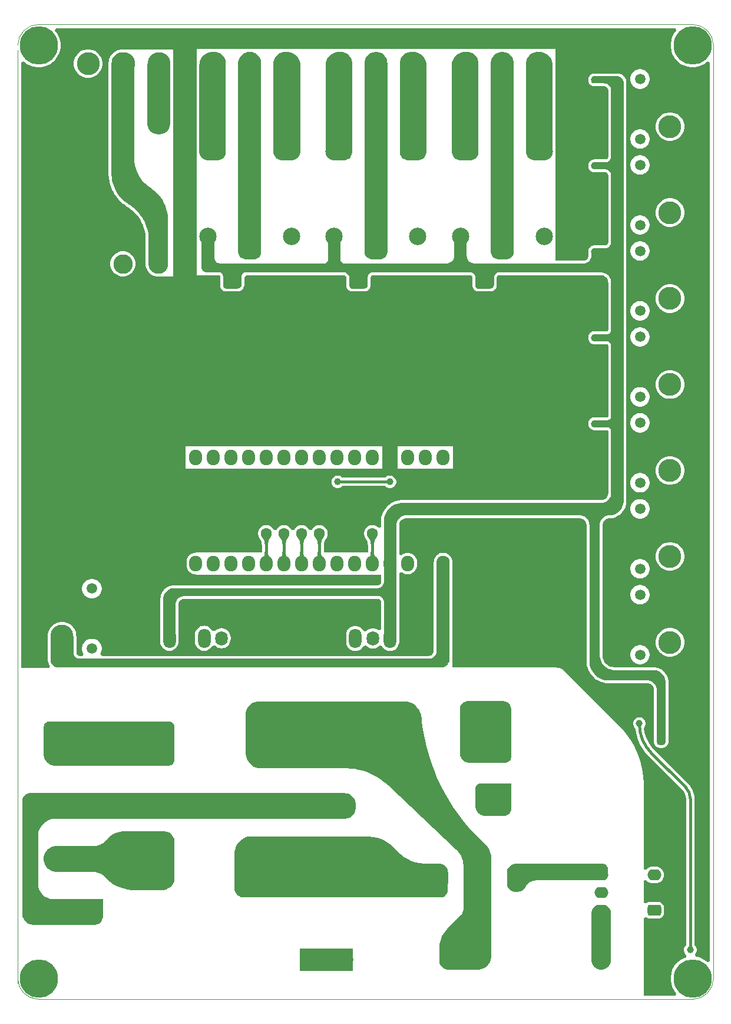
<source format=gbl>
G04*
G04 #@! TF.GenerationSoftware,Altium Limited,Altium Designer,24.7.2 (38)*
G04*
G04 Layer_Physical_Order=2*
G04 Layer_Color=16737843*
%FSAX43Y43*%
%MOMM*%
G71*
G04*
G04 #@! TF.SameCoordinates,CBEA9559-B170-43FD-8457-18A981A7652A*
G04*
G04*
G04 #@! TF.FilePolarity,Positive*
G04*
G01*
G75*
%ADD12C,0.100*%
%ADD16C,0.400*%
%ADD37C,1.600*%
%ADD41C,3.300*%
%ADD54C,0.450*%
%ADD55C,2.000*%
%ADD56C,1.500*%
%ADD57C,3.000*%
%ADD58C,2.800*%
%ADD59C,3.200*%
%ADD60C,5.500*%
%ADD61C,3.700*%
%ADD62O,2.000X1.600*%
G04:AMPARAMS|DCode=63|XSize=2mm|YSize=1.6mm|CornerRadius=0.4mm|HoleSize=0mm|Usage=FLASHONLY|Rotation=180.000|XOffset=0mm|YOffset=0mm|HoleType=Round|Shape=RoundedRectangle|*
%AMROUNDEDRECTD63*
21,1,2.000,0.800,0,0,180.0*
21,1,1.200,1.600,0,0,180.0*
1,1,0.800,-0.600,0.400*
1,1,0.800,0.600,0.400*
1,1,0.800,0.600,-0.400*
1,1,0.800,-0.600,-0.400*
%
%ADD63ROUNDEDRECTD63*%
%ADD64O,2.500X4.000*%
%ADD65O,1.850X2.250*%
%ADD66O,1.800X2.800*%
%ADD67O,1.800X2.100*%
%ADD68C,2.500*%
%ADD69C,1.000*%
G36*
X0497107Y0674685D02*
X0497251Y0674335D01*
X0497163Y0674247D01*
X0496872Y0673846D01*
X0496647Y0673404D01*
X0496494Y0672933D01*
X0496416Y0672443D01*
Y0671947D01*
X0496494Y0671458D01*
X0496647Y0670986D01*
X0496872Y0670544D01*
X0497163Y0670143D01*
X0497514Y0669793D01*
X0497915Y0669501D01*
X0498357Y0669276D01*
X0498828Y0669123D01*
X0499318Y0669045D01*
X0499814D01*
X0500304Y0669123D01*
X0500775Y0669276D01*
X0501217Y0669501D01*
X0501618Y0669793D01*
X0501706Y0669881D01*
X0502056Y0669736D01*
X0502056Y0540655D01*
X0501706Y0540510D01*
X0501618Y0540598D01*
X0501217Y0540889D01*
X0500775Y0541115D01*
X0500303Y0541268D01*
X0500032Y0541311D01*
X0499916Y0541684D01*
X0499962Y0541730D01*
X0500080Y0541935D01*
X0500141Y0542164D01*
Y0542401D01*
X0500080Y0542630D01*
X0499962Y0542835D01*
X0499847Y0542950D01*
Y0563974D01*
X0499851D01*
X0499814Y0564445D01*
X0499703Y0564905D01*
X0499522Y0565342D01*
X0499275Y0565745D01*
X0498972Y0566101D01*
X0498970Y0566099D01*
X0498968Y0566099D01*
X0494028Y0571039D01*
X0494014Y0571050D01*
X0493641Y0571467D01*
X0493307Y0571938D01*
X0493027Y0572443D01*
X0492806Y0572977D01*
X0492647Y0573531D01*
X0492550Y0574100D01*
X0492547Y0574154D01*
X0492636Y0574243D01*
X0492754Y0574448D01*
X0492816Y0574677D01*
Y0574914D01*
X0492754Y0575143D01*
X0492636Y0575348D01*
X0492468Y0575516D01*
X0492263Y0575634D01*
X0492034Y0575695D01*
X0491797D01*
X0491568Y0575634D01*
X0491363Y0575516D01*
X0491196Y0575348D01*
X0491077Y0575143D01*
X0491016Y0574914D01*
Y0574677D01*
X0491077Y0574448D01*
X0491196Y0574243D01*
X0491336Y0574102D01*
X0491339Y0574054D01*
X0491430Y0573437D01*
X0491582Y0572831D01*
X0491792Y0572244D01*
X0492059Y0571680D01*
X0492379Y0571145D01*
X0492751Y0570644D01*
X0493170Y0570182D01*
X0493172Y0570184D01*
X0493172D01*
X0493172Y0570183D01*
X0498112Y0565243D01*
X0498124Y0565234D01*
X0498336Y0564975D01*
X0498503Y0564664D01*
X0498605Y0564326D01*
X0498638Y0563991D01*
X0498636Y0563974D01*
Y0542950D01*
X0498521Y0542835D01*
X0498403Y0542630D01*
X0498341Y0542401D01*
Y0542164D01*
X0498403Y0541935D01*
X0498521Y0541730D01*
X0498667Y0541584D01*
X0498670Y0541465D01*
X0498617Y0541199D01*
X0498357Y0541115D01*
X0497915Y0540889D01*
X0497514Y0540598D01*
X0497163Y0540247D01*
X0496872Y0539846D01*
X0496647Y0539404D01*
X0496493Y0538933D01*
X0496416Y0538443D01*
Y0537947D01*
X0496493Y0537458D01*
X0496647Y0536986D01*
X0496872Y0536544D01*
X0497163Y0536143D01*
X0497251Y0536055D01*
X0497106Y0535705D01*
X0492535D01*
X0492535Y0546874D01*
X0492819Y0546991D01*
X0492885Y0547001D01*
X0493038Y0546883D01*
X0493233Y0546803D01*
X0493441Y0546775D01*
X0494641D01*
X0494850Y0546803D01*
X0495045Y0546883D01*
X0495212Y0547012D01*
X0495340Y0547179D01*
X0495421Y0547373D01*
X0495448Y0547582D01*
Y0548382D01*
X0495421Y0548591D01*
X0495340Y0548786D01*
X0495212Y0548953D01*
X0495045Y0549081D01*
X0494850Y0549162D01*
X0494641Y0549189D01*
X0493441D01*
X0493233Y0549162D01*
X0493038Y0549081D01*
X0492885Y0548964D01*
X0492819Y0548974D01*
X0492535Y0549090D01*
Y0552223D01*
X0492678Y0552303D01*
X0492885Y0552336D01*
X0492989Y0552210D01*
X0493172Y0552060D01*
X0493380Y0551948D01*
X0493606Y0551880D01*
X0493841Y0551856D01*
X0494241D01*
X0494477Y0551880D01*
X0494703Y0551948D01*
X0494911Y0552060D01*
X0495094Y0552210D01*
X0495244Y0552392D01*
X0495355Y0552601D01*
X0495424Y0552827D01*
X0495447Y0553062D01*
X0495424Y0553297D01*
X0495355Y0553524D01*
X0495244Y0553732D01*
X0495094Y0553915D01*
X0494911Y0554065D01*
X0494703Y0554176D01*
X0494477Y0554245D01*
X0494241Y0554268D01*
X0493841D01*
X0493606Y0554245D01*
X0493380Y0554176D01*
X0493172Y0554065D01*
X0492989Y0553915D01*
X0492885Y0553788D01*
X0492678Y0553822D01*
X0492535Y0553901D01*
X0492535Y0565910D01*
X0492529Y0566308D01*
X0492477Y0567103D01*
X0492373Y0567893D01*
X0492217Y0568674D01*
X0492011Y0569443D01*
X0491755Y0570197D01*
X0491450Y0570933D01*
X0491098Y0571647D01*
X0490700Y0572337D01*
X0490257Y0572999D01*
X0489773Y0573631D01*
X0489248Y0574229D01*
X0488971Y0574516D01*
X0488971Y0574516D01*
X0481606Y0581880D01*
X0481501Y0581981D01*
X0481275Y0582165D01*
X0481247Y0582184D01*
X0481215Y0582262D01*
X0481127Y0582394D01*
X0480968Y0582552D01*
X0480836Y0582641D01*
X0480836Y0582641D01*
X0480629Y0582726D01*
X0480629Y0582726D01*
X0480473Y0582757D01*
X0480361D01*
X0480361Y0582757D01*
X0480046D01*
Y0582849D01*
X0465026Y0582849D01*
Y0583933D01*
X0465034Y0583972D01*
X0465034Y0584095D01*
X0465034Y0584095D01*
X0465034Y0597984D01*
Y0598076D01*
X0465026Y0598115D01*
Y0598155D01*
X0464990Y0598334D01*
X0464975Y0598371D01*
X0464967Y0598410D01*
X0464898Y0598579D01*
X0464875Y0598612D01*
X0464860Y0598649D01*
X0464759Y0598801D01*
X0464730Y0598829D01*
X0464708Y0598862D01*
X0464579Y0598991D01*
X0464546Y0599014D01*
X0464517Y0599042D01*
X0464366Y0599143D01*
X0464329Y0599159D01*
X0464295Y0599181D01*
X0464127Y0599251D01*
X0464088Y0599258D01*
X0464050Y0599274D01*
X0463872Y0599309D01*
X0463832D01*
X0463792Y0599317D01*
X0463701D01*
X0463610Y0599317D01*
X0463571Y0599309D01*
X0463530D01*
X0463352Y0599274D01*
X0463315Y0599258D01*
X0463275Y0599251D01*
X0463107Y0599181D01*
X0463073Y0599159D01*
X0463036Y0599143D01*
X0462885Y0599042D01*
X0462856Y0599014D01*
X0462823Y0598991D01*
X0462694Y0598862D01*
X0462672Y0598829D01*
X0462643Y0598801D01*
X0462542Y0598649D01*
X0462527Y0598612D01*
X0462504Y0598579D01*
X0462458Y0598466D01*
X0462449Y0598423D01*
X0462433Y0598382D01*
X0462428Y0598352D01*
X0462395Y0598244D01*
X0462379Y0598082D01*
X0462375Y0598057D01*
X0462375Y0598039D01*
X0462371Y0597999D01*
X0462368Y0597984D01*
X0462368Y0597984D01*
X0462368Y0585254D01*
X0462365Y0585181D01*
X0462334Y0585029D01*
X0462279Y0584896D01*
X0462198Y0584775D01*
X0462096Y0584673D01*
X0461976Y0584592D01*
X0461842Y0584537D01*
X0461690Y0584507D01*
X0461617Y0584503D01*
X0414620Y0584503D01*
X0414433Y0584853D01*
X0414464Y0584899D01*
X0414569Y0585154D01*
X0414623Y0585425D01*
Y0585700D01*
X0414569Y0585971D01*
X0414464Y0586226D01*
X0414311Y0586455D01*
X0414116Y0586650D01*
X0413886Y0586803D01*
X0413632Y0586909D01*
X0413361Y0586963D01*
X0413085D01*
X0412815Y0586909D01*
X0412560Y0586803D01*
X0412331Y0586650D01*
X0412136Y0586455D01*
X0411983Y0586226D01*
X0411877Y0585971D01*
X0411823Y0585700D01*
Y0585425D01*
X0411877Y0585154D01*
X0411983Y0584899D01*
X0412013Y0584853D01*
X0411826Y0584503D01*
X0411501D01*
X0411451Y0584506D01*
X0411343Y0584527D01*
X0411251Y0584565D01*
X0411169Y0584620D01*
X0411098Y0584691D01*
X0411043Y0584773D01*
X0411005Y0584865D01*
X0410983Y0584973D01*
X0410981Y0585023D01*
X0410981Y0587328D01*
X0410973Y0587367D01*
Y0587529D01*
X0410894Y0587925D01*
X0410740Y0588299D01*
X0410516Y0588634D01*
X0410230Y0588920D01*
X0409894Y0589144D01*
X0409521Y0589299D01*
X0409125Y0589378D01*
X0408721D01*
X0408325Y0589299D01*
X0407952Y0589144D01*
X0407616Y0588920D01*
X0407331Y0588634D01*
X0407106Y0588299D01*
X0406952Y0587925D01*
X0406873Y0587529D01*
Y0587367D01*
X0406865Y0587328D01*
Y0584088D01*
X0406865Y0583966D01*
X0406873Y0583926D01*
Y0583886D01*
X0406921Y0583646D01*
X0406936Y0583609D01*
X0406944Y0583569D01*
X0407038Y0583343D01*
X0407060Y0583310D01*
X0407075Y0583273D01*
X0407186Y0583107D01*
X0407124Y0582867D01*
X0407017Y0582757D01*
X0405750Y0582757D01*
X0405750Y0582757D01*
X0405710Y0582749D01*
X0403076Y0582749D01*
X0403076Y0669736D01*
X0403426Y0669881D01*
X0403514Y0669793D01*
X0403915Y0669501D01*
X0404357Y0669276D01*
X0404828Y0669123D01*
X0405318Y0669045D01*
X0405814D01*
X0406304Y0669123D01*
X0406775Y0669276D01*
X0407217Y0669501D01*
X0407618Y0669793D01*
X0407969Y0670143D01*
X0408260Y0670544D01*
X0408485Y0670986D01*
X0408638Y0671458D01*
X0408716Y0671947D01*
Y0672443D01*
X0408638Y0672933D01*
X0408485Y0673404D01*
X0408260Y0673846D01*
X0407969Y0674247D01*
X0407881Y0674335D01*
X0408026Y0674685D01*
X0497107Y0674685D01*
D02*
G37*
G36*
X0463701Y0598909D02*
X0463792D01*
X0463971Y0598874D01*
X0464139Y0598804D01*
X0464291Y0598703D01*
X0464420Y0598574D01*
X0464521Y0598423D01*
X0464590Y0598254D01*
X0464626Y0598076D01*
Y0597984D01*
X0464626Y0584095D01*
X0464626Y0584095D01*
X0464626Y0583972D01*
X0464578Y0583731D01*
X0464484Y0583503D01*
X0464347Y0583298D01*
X0464173Y0583124D01*
X0463968Y0582988D01*
X0463741Y0582893D01*
X0463520Y0582849D01*
X0462776Y0582849D01*
Y0582845D01*
X0408516Y0582845D01*
X0408393Y0582845D01*
X0408153Y0582893D01*
X0407927Y0582987D01*
X0407724Y0583123D01*
X0407551Y0583296D01*
X0407415Y0583499D01*
X0407321Y0583725D01*
X0407273Y0583966D01*
X0407273Y0584088D01*
Y0587328D01*
X0410573D01*
X0410573Y0585013D01*
X0410578Y0584923D01*
X0410613Y0584747D01*
X0410681Y0584580D01*
X0410781Y0584431D01*
X0410909Y0584304D01*
X0411058Y0584204D01*
X0411224Y0584135D01*
X0411401Y0584100D01*
X0411491Y0584095D01*
X0461627Y0584095D01*
X0461627Y0584095D01*
X0461740Y0584101D01*
X0461961Y0584145D01*
X0462169Y0584231D01*
X0462356Y0584356D01*
X0462515Y0584515D01*
X0462640Y0584703D01*
X0462727Y0584911D01*
X0462770Y0585131D01*
X0462776Y0585244D01*
X0462776Y0597984D01*
X0462776Y0597984D01*
X0462835Y0598310D01*
X0462881Y0598423D01*
X0462983Y0598574D01*
X0463111Y0598703D01*
X0463263Y0598804D01*
X0463431Y0598874D01*
X0463610Y0598909D01*
X0463701Y0598909D01*
D02*
G37*
G36*
X0472331Y0578008D02*
X0472332Y0578008D01*
X0472332D01*
X0472653Y0577966D01*
X0472665Y0577964D01*
X0472873Y0577878D01*
X0473061Y0577753D01*
X0473220Y0577593D01*
X0473345Y0577406D01*
X0473431Y0577198D01*
X0473475Y0576977D01*
X0473475Y0576864D01*
X0473475Y0569970D01*
X0473475Y0569970D01*
X0473475Y0569893D01*
X0473445Y0569742D01*
X0473386Y0569600D01*
X0473301Y0569472D01*
X0473192Y0569363D01*
X0473064Y0569277D01*
X0472921Y0569218D01*
X0472770Y0569188D01*
X0472693Y0569188D01*
X0467507Y0569188D01*
X0467371Y0569188D01*
X0467103Y0569241D01*
X0466851Y0569346D01*
X0466624Y0569497D01*
X0466431Y0569690D01*
X0466280Y0569917D01*
X0466176Y0570169D01*
X0466122Y0570437D01*
X0466122Y0570573D01*
Y0576845D01*
Y0576960D01*
X0466167Y0577185D01*
X0466255Y0577396D01*
X0466382Y0577587D01*
X0466544Y0577748D01*
X0466734Y0577876D01*
X0466946Y0577963D01*
X0467170Y0578008D01*
X0472331D01*
X0472331Y0578008D01*
D02*
G37*
G36*
X0407130Y0575099D02*
X0424231Y0575099D01*
X0424231Y0575099D01*
X0424231Y0575099D01*
X0424555Y0575036D01*
X0424643Y0575000D01*
X0424786Y0574905D01*
X0424907Y0574783D01*
X0425002Y0574641D01*
X0425068Y0574483D01*
X0425101Y0574315D01*
X0425101Y0574229D01*
X0425101Y0569619D01*
X0425101D01*
X0425101Y0569532D01*
X0425068Y0569362D01*
X0425001Y0569202D01*
X0424905Y0569057D01*
X0424782Y0568935D01*
X0424638Y0568838D01*
X0424478Y0568772D01*
X0424308Y0568738D01*
X0424221Y0568738D01*
X0407965Y0568738D01*
X0407965Y0568738D01*
X0407800D01*
X0407477Y0568802D01*
X0407172Y0568928D01*
X0406898Y0569112D01*
X0406665Y0569345D01*
X0406482Y0569619D01*
X0406356Y0569923D01*
X0406291Y0570246D01*
Y0570411D01*
Y0574260D01*
X0406291Y0574343D01*
X0406324Y0574505D01*
X0406387Y0574657D01*
X0406479Y0574795D01*
X0406596Y0574912D01*
X0406733Y0575003D01*
X0406886Y0575067D01*
X0407048Y0575099D01*
X0407130Y0575099D01*
D02*
G37*
G36*
X0473475Y0562458D02*
X0473475Y0562370D01*
X0473441Y0562198D01*
X0473374Y0562036D01*
X0473277Y0561891D01*
X0473153Y0561767D01*
X0473007Y0561669D01*
X0472845Y0561602D01*
X0472673Y0561568D01*
X0472585Y0561568D01*
X0469746D01*
X0469608Y0561568D01*
X0469337Y0561622D01*
X0469081Y0561728D01*
X0468851Y0561882D01*
X0468655Y0562077D01*
X0468501Y0562307D01*
X0468395Y0562563D01*
X0468341Y0562835D01*
X0468341Y0562973D01*
Y0562973D01*
X0468341Y0565396D01*
X0468341Y0565474D01*
X0468372Y0565628D01*
X0468432Y0565773D01*
X0468519Y0565904D01*
X0468630Y0566015D01*
X0468761Y0566102D01*
X0468906Y0566162D01*
X0469060Y0566193D01*
X0469138Y0566193D01*
X0469138Y0566193D01*
X0473475D01*
X0473475Y0562458D01*
D02*
G37*
G36*
X0449479Y0564818D02*
X0449479Y0564818D01*
X0449479D01*
X0449806Y0564786D01*
X0449964Y0564754D01*
X0450266Y0564629D01*
X0450539Y0564447D01*
X0450770Y0564215D01*
X0450952Y0563943D01*
X0451078Y0563640D01*
X0451141Y0563319D01*
X0451141Y0563155D01*
X0451141Y0562780D01*
X0451141Y0562780D01*
X0451141Y0562617D01*
X0451078Y0562295D01*
X0450952Y0561993D01*
X0450770Y0561721D01*
X0450539Y0561489D01*
X0450267Y0561307D01*
X0449964Y0561182D01*
X0449643Y0561118D01*
X0449479Y0561118D01*
X0407976Y0561118D01*
X0407976Y0561118D01*
X0407814Y0561113D01*
X0407493Y0561070D01*
X0407179Y0560987D01*
X0406879Y0560862D01*
X0406599Y0560700D01*
X0406341Y0560503D01*
X0406112Y0560273D01*
X0405914Y0560016D01*
X0405752Y0559735D01*
X0405628Y0559435D01*
X0405544Y0559122D01*
X0405502Y0558800D01*
X0405496Y0558638D01*
Y0551812D01*
X0405501Y0551666D01*
X0405539Y0551376D01*
X0405615Y0551094D01*
X0405727Y0550824D01*
X0405873Y0550571D01*
X0406051Y0550339D01*
X0406257Y0550132D01*
X0406489Y0549954D01*
X0406742Y0549808D01*
X0407012Y0549696D01*
X0407295Y0549621D01*
X0407585Y0549583D01*
X0407731Y0549578D01*
X0414819D01*
Y0547131D01*
X0414819Y0547131D01*
Y0547008D01*
X0414771Y0546765D01*
X0414676Y0546537D01*
X0414539Y0546332D01*
X0414365Y0546158D01*
X0414159Y0546021D01*
X0413931Y0545926D01*
X0413689Y0545878D01*
X0413566D01*
X0404908Y0545878D01*
X0404908Y0545878D01*
X0404739Y0545878D01*
X0404409Y0545944D01*
X0404097Y0546073D01*
X0403817Y0546260D01*
X0403579Y0546499D01*
X0403391Y0546779D01*
X0403262Y0547090D01*
X0403196Y0547421D01*
X0403196Y0547590D01*
Y0563641D01*
X0403196Y0563641D01*
X0403240Y0563973D01*
X0403241Y0563980D01*
X0403329Y0564192D01*
X0403456Y0564382D01*
X0403618Y0564544D01*
X0403808Y0564671D01*
X0404019Y0564758D01*
X0404244Y0564803D01*
X0404358Y0564803D01*
X0410601Y0564803D01*
Y0564818D01*
X0449479Y0564818D01*
X0449479Y0564818D01*
D02*
G37*
G36*
X0452770Y0558565D02*
X0452770Y0558565D01*
X0452770D01*
X0453100Y0558562D01*
X0453653Y0558502D01*
X0454230Y0558376D01*
X0454790Y0558188D01*
X0455327Y0557941D01*
X0455834Y0557639D01*
X0456306Y0557283D01*
X0456702Y0556911D01*
X0456929Y0556655D01*
X0456929Y0556655D01*
X0456929Y0556655D01*
X0456929Y0556655D01*
X0456929Y0556654D01*
X0457138Y0556424D01*
X0457162Y0556401D01*
X0457591Y0556000D01*
X0458087Y0555626D01*
X0458620Y0555307D01*
X0459184Y0555048D01*
X0459773Y0554851D01*
X0460380Y0554718D01*
X0460998Y0554651D01*
X0461308Y0554643D01*
X0463231Y0554643D01*
X0463231Y0554643D01*
X0463231Y0554643D01*
X0463563Y0554600D01*
X0463569Y0554598D01*
X0463781Y0554511D01*
X0463971Y0554384D01*
X0464132Y0554222D01*
X0464259Y0554032D01*
X0464347Y0553821D01*
X0464391Y0553597D01*
X0464391Y0553482D01*
X0464391Y0550931D01*
X0464391D01*
X0464391Y0550823D01*
X0464349Y0550612D01*
X0464267Y0550413D01*
X0464147Y0550234D01*
X0463995Y0550082D01*
X0463816Y0549962D01*
X0463617Y0549880D01*
X0463406Y0549838D01*
X0463298Y0549838D01*
X0435005Y0549838D01*
X0435005Y0549838D01*
X0434881Y0549838D01*
X0434638Y0549886D01*
X0434409Y0549981D01*
X0434203Y0550119D01*
X0434027Y0550294D01*
X0433890Y0550500D01*
X0433795Y0550729D01*
X0433746Y0550972D01*
X0433746Y0551096D01*
X0433746Y0556190D01*
X0433746Y0556190D01*
Y0556346D01*
X0433787Y0556654D01*
X0433868Y0556955D01*
X0433987Y0557243D01*
X0434143Y0557512D01*
X0434332Y0557759D01*
X0434552Y0557980D01*
X0434799Y0558169D01*
X0435069Y0558325D01*
X0435357Y0558444D01*
X0435657Y0558525D01*
X0435966Y0558565D01*
X0436122Y0558565D01*
X0452770Y0558565D01*
X0452770Y0558565D01*
D02*
G37*
G36*
X0417762Y0559294D02*
X0423619Y0559294D01*
X0423619Y0559294D01*
X0423619Y0559294D01*
X0423619D01*
X0423953Y0559256D01*
X0424051Y0559237D01*
X0424321Y0559125D01*
X0424564Y0558963D01*
X0424770Y0558756D01*
X0424933Y0558513D01*
X0425044Y0558244D01*
X0425101Y0557957D01*
X0425101Y0557811D01*
X0425101Y0552660D01*
X0425101Y0552660D01*
X0425101Y0552660D01*
Y0552660D01*
X0425072Y0552338D01*
X0425034Y0552148D01*
X0424902Y0551828D01*
X0424709Y0551540D01*
X0424465Y0551295D01*
X0424177Y0551103D01*
X0423857Y0550971D01*
X0423517Y0550903D01*
X0423344Y0550903D01*
X0419191Y0550903D01*
X0419191Y0550903D01*
X0418914Y0550903D01*
X0418363Y0550961D01*
X0417822Y0551075D01*
X0417295Y0551246D01*
X0416789Y0551470D01*
X0416309Y0551746D01*
X0415860Y0552071D01*
X0415448Y0552440D01*
X0415262Y0552645D01*
X0415262Y0552645D01*
X0415169Y0552743D01*
X0414967Y0552924D01*
X0414748Y0553082D01*
X0414513Y0553217D01*
X0414266Y0553327D01*
X0414008Y0553410D01*
X0413743Y0553466D01*
X0413474Y0553495D01*
X0413339Y0553498D01*
X0410615Y0553498D01*
X0408167D01*
X0408167Y0553498D01*
X0407982Y0553498D01*
X0407620Y0553570D01*
X0407279Y0553712D01*
X0406971Y0553917D01*
X0406710Y0554178D01*
X0406505Y0554485D01*
X0406364Y0554827D01*
X0406291Y0555189D01*
X0406291Y0555374D01*
Y0555553D01*
X0406362Y0555906D01*
X0406499Y0556238D01*
X0406699Y0556537D01*
X0406953Y0556791D01*
X0407252Y0556990D01*
X0407584Y0557128D01*
X0407936Y0557198D01*
X0408116D01*
X0413379Y0557198D01*
X0413379Y0557198D01*
X0413379Y0557198D01*
X0413379Y0557198D01*
X0413523Y0557202D01*
X0413811Y0557234D01*
X0414093Y0557298D01*
X0414366Y0557393D01*
X0414627Y0557518D01*
X0414872Y0557671D01*
X0415099Y0557850D01*
X0415304Y0558054D01*
X0415398Y0558164D01*
X0415398Y0558164D01*
X0415398D01*
X0415505Y0558296D01*
X0415746Y0558534D01*
X0416012Y0558744D01*
X0416299Y0558924D01*
X0416605Y0559070D01*
X0416925Y0559181D01*
X0417256Y0559256D01*
X0417593Y0559294D01*
X0417762Y0559294D01*
D02*
G37*
G36*
X0486861Y0554613D02*
X0487005Y0554553D01*
X0487135Y0554466D01*
X0487245Y0554356D01*
X0487331Y0554227D01*
X0487353Y0554174D01*
X0487421Y0553852D01*
X0487421Y0553852D01*
X0487421Y0553852D01*
X0487421Y0553044D01*
X0487421Y0552967D01*
X0487391Y0552816D01*
X0487333Y0552674D01*
X0487247Y0552546D01*
X0487138Y0552437D01*
X0487010Y0552351D01*
X0486956Y0552329D01*
X0486641Y0552262D01*
X0486640Y0552262D01*
X0486640Y0552262D01*
X0486640Y0552262D01*
X0477011Y0552262D01*
X0476897Y0552258D01*
X0476671Y0552226D01*
X0476453Y0552163D01*
X0476245Y0552070D01*
X0476052Y0551948D01*
X0475879Y0551801D01*
X0475727Y0551630D01*
X0475602Y0551441D01*
X0475549Y0551340D01*
X0475549Y0551340D01*
X0475512Y0551262D01*
X0475417Y0551118D01*
X0475302Y0550989D01*
X0475171Y0550878D01*
X0475025Y0550786D01*
X0474868Y0550715D01*
X0474768Y0550686D01*
X0474446Y0550643D01*
X0474445Y0550643D01*
X0474445Y0550643D01*
X0474445Y0550643D01*
X0474110Y0550643D01*
X0473990Y0550643D01*
X0473754Y0550690D01*
X0473533Y0550782D01*
X0473333Y0550915D01*
X0473163Y0551085D01*
X0473030Y0551284D01*
X0472938Y0551506D01*
X0472931Y0551540D01*
X0472891Y0551861D01*
X0472891Y0551861D01*
X0472891D01*
Y0553413D01*
X0472891Y0553534D01*
X0472939Y0553772D01*
X0473031Y0553996D01*
X0473166Y0554197D01*
X0473337Y0554368D01*
X0473539Y0554503D01*
X0473763Y0554596D01*
X0474000Y0554643D01*
X0474122Y0554643D01*
X0474122Y0554643D01*
X0486708D01*
X0486861Y0554613D01*
D02*
G37*
G36*
X0486971Y0548736D02*
X0487190Y0548646D01*
X0487386Y0548514D01*
X0487554Y0548347D01*
X0487685Y0548151D01*
X0487775Y0547932D01*
X0487821Y0547700D01*
Y0547582D01*
Y0540848D01*
Y0540710D01*
X0487768Y0540440D01*
X0487662Y0540185D01*
X0487509Y0539956D01*
X0487314Y0539761D01*
X0487085Y0539607D01*
X0486830Y0539502D01*
X0486559Y0539448D01*
X0486284D01*
X0486013Y0539502D01*
X0485758Y0539607D01*
X0485529Y0539761D01*
X0485334Y0539956D01*
X0485181Y0540185D01*
X0485075Y0540440D01*
X0485021Y0540710D01*
Y0540848D01*
Y0547562D01*
Y0547682D01*
X0485068Y0547918D01*
X0485160Y0548140D01*
X0485294Y0548340D01*
X0485464Y0548510D01*
X0485664Y0548643D01*
X0485886Y0548735D01*
X0486121Y0548782D01*
X0486740D01*
X0486971Y0548736D01*
D02*
G37*
G36*
X0458530Y0577937D02*
X0458835Y0577860D01*
X0459129Y0577746D01*
X0459407Y0577597D01*
X0459664Y0577415D01*
X0459896Y0577203D01*
X0460101Y0576963D01*
X0460275Y0576701D01*
X0460415Y0576419D01*
X0460519Y0576121D01*
X0460586Y0575814D01*
X0460600Y0575657D01*
X0460600D01*
X0460661Y0575060D01*
X0460822Y0573871D01*
X0461034Y0572691D01*
X0461297Y0571520D01*
X0461611Y0570362D01*
X0461974Y0569219D01*
X0462387Y0568093D01*
X0462848Y0566986D01*
X0463357Y0565900D01*
X0463913Y0564836D01*
X0464514Y0563798D01*
X0465159Y0562787D01*
X0465848Y0561805D01*
X0466579Y0560854D01*
X0467351Y0559936D01*
X0468161Y0559052D01*
X0468581Y0558623D01*
X0468581Y0558623D01*
X0468581Y0558623D01*
X0469902Y0557301D01*
X0469990Y0557214D01*
X0470147Y0557022D01*
X0470285Y0556816D01*
X0470402Y0556597D01*
X0470497Y0556368D01*
X0470569Y0556131D01*
X0470617Y0555888D01*
X0470622Y0555841D01*
X0470641Y0555517D01*
Y0555517D01*
X0470641D01*
X0470641Y0555517D01*
X0470641Y0541441D01*
X0470641Y0541244D01*
X0470565Y0540858D01*
X0470414Y0540494D01*
X0470195Y0540167D01*
X0469917Y0539889D01*
X0469590Y0539670D01*
X0469226Y0539519D01*
X0468840Y0539443D01*
X0468643Y0539443D01*
X0464523D01*
X0464387Y0539443D01*
X0464120Y0539496D01*
X0463869Y0539600D01*
X0463642Y0539751D01*
X0463450Y0539943D01*
X0463299Y0540170D01*
X0463195Y0540421D01*
X0463141Y0540688D01*
X0463141Y0540824D01*
X0463141Y0540824D01*
X0463141Y0542380D01*
X0463141Y0542591D01*
X0463183Y0543011D01*
X0463265Y0543425D01*
X0463388Y0543828D01*
X0463549Y0544218D01*
X0463748Y0544590D01*
X0463982Y0544941D01*
X0464250Y0545267D01*
X0464399Y0545417D01*
X0464399Y0545417D01*
X0466281Y0547298D01*
X0466362Y0547387D01*
X0466496Y0547588D01*
X0466589Y0547811D01*
X0466636Y0548048D01*
X0466641Y0548169D01*
X0466641Y0548169D01*
X0466641Y0554216D01*
X0466637Y0554392D01*
X0466601Y0554742D01*
X0466530Y0555087D01*
X0466424Y0555423D01*
X0466284Y0555746D01*
X0466112Y0556054D01*
X0465910Y0556342D01*
X0465679Y0556608D01*
X0465554Y0556732D01*
X0465554Y0556732D01*
X0455808Y0565911D01*
X0455597Y0566103D01*
X0455157Y0566467D01*
X0454696Y0566804D01*
X0454214Y0567110D01*
X0453714Y0567385D01*
X0453198Y0567629D01*
X0452667Y0567839D01*
X0452124Y0568016D01*
X0451572Y0568158D01*
X0451011Y0568266D01*
X0450444Y0568337D01*
X0449913Y0568371D01*
X0449875Y0568373D01*
X0449596Y0568378D01*
X0449589Y0568378D01*
X0449589Y0568378D01*
Y0568378D01*
X0437500Y0568378D01*
X0437358Y0568378D01*
X0437078Y0568415D01*
X0436805Y0568488D01*
X0436543Y0568596D01*
X0436298Y0568738D01*
X0436073Y0568910D01*
X0435873Y0569110D01*
X0435701Y0569335D01*
X0435560Y0569580D01*
X0435451Y0569841D01*
X0435378Y0570115D01*
X0435341Y0570395D01*
X0435341Y0570537D01*
X0435341Y0570537D01*
X0435343Y0576156D01*
X0435343Y0576334D01*
X0435413Y0576684D01*
X0435549Y0577014D01*
X0435747Y0577310D01*
X0436000Y0577562D01*
X0436296Y0577760D01*
X0436625Y0577897D01*
X0436975Y0577966D01*
X0437153Y0577967D01*
X0437153Y0577967D01*
X0458060Y0577975D01*
X0458217Y0577975D01*
X0458530Y0577937D01*
D02*
G37*
G36*
X0450759Y0539248D02*
X0443141Y0539248D01*
Y0542448D01*
X0450759D01*
Y0539248D01*
D02*
G37*
%LPC*%
G36*
X0477736Y0671659D02*
X0477548Y0671659D01*
X0477313Y0671659D01*
X0477313Y0671659D01*
X0477148D01*
X0477108Y0671652D01*
X0477087D01*
X0477087Y0671652D01*
X0472416D01*
X0472377Y0671659D01*
X0472215Y0671659D01*
X0472052Y0671659D01*
X0472012Y0671652D01*
X0472007D01*
X0472007Y0671652D01*
X0467331D01*
X0467331Y0671652D01*
X0467203D01*
X0467147Y0671657D01*
X0467126Y0671655D01*
X0467105Y0671659D01*
X0466682Y0671659D01*
X0466643Y0671652D01*
X0459625D01*
X0459586Y0671659D01*
X0459398Y0671659D01*
X0459163Y0671659D01*
X0459163Y0671659D01*
X0458998D01*
X0458958Y0671652D01*
X0454266D01*
X0454227Y0671659D01*
X0454065Y0671659D01*
X0453902Y0671659D01*
X0453862Y0671652D01*
X0449053D01*
X0448997Y0671657D01*
X0448976Y0671655D01*
X0448955Y0671659D01*
X0448532Y0671659D01*
X0448493Y0671652D01*
X0441475D01*
X0441436Y0671659D01*
X0441248Y0671659D01*
X0440848Y0671659D01*
X0440808Y0671652D01*
X0436012D01*
X0435957Y0671657D01*
X0435915Y0671653D01*
X0435873Y0671657D01*
X0435818Y0671652D01*
X0430903D01*
X0430846Y0671657D01*
X0430826Y0671655D01*
X0430805Y0671659D01*
X0430382Y0671659D01*
X0430343Y0671652D01*
X0428266D01*
Y0671458D01*
X0428261D01*
Y0669469D01*
X0428253Y0669375D01*
X0428255Y0669358D01*
X0428251Y0669341D01*
Y0669341D01*
X0428251Y0669341D01*
X0428251Y0656945D01*
X0428251Y0656883D01*
X0428251Y0656883D01*
X0428251Y0656883D01*
Y0656821D01*
X0428259Y0656782D01*
X0428259Y0656742D01*
X0428261Y0656734D01*
Y0644911D01*
X0428259Y0644903D01*
Y0644578D01*
X0428261Y0644570D01*
Y0639185D01*
X0428659D01*
Y0639185D01*
X0429636D01*
X0429675Y0639178D01*
X0429753Y0639178D01*
X0431528Y0639178D01*
X0431548Y0639176D01*
X0431602Y0639153D01*
X0431630Y0639126D01*
X0431652Y0639071D01*
X0431654Y0639051D01*
Y0637764D01*
X0431654Y0637714D01*
X0431662Y0637674D01*
X0431662Y0637634D01*
X0431682Y0637535D01*
X0431697Y0637498D01*
X0431705Y0637459D01*
X0431727Y0637405D01*
X0431730Y0637393D01*
X0431737Y0637383D01*
X0431744Y0637366D01*
X0431764Y0637335D01*
X0431767Y0637331D01*
X0431781Y0637295D01*
X0431824Y0637231D01*
X0431849Y0637188D01*
X0432016Y0637021D01*
X0432222Y0636902D01*
X0432451Y0636841D01*
X0432688D01*
X0432700Y0636844D01*
X0434113D01*
X0434172Y0636844D01*
X0434211Y0636852D01*
X0434252D01*
X0434368Y0636875D01*
X0434405Y0636891D01*
X0434444Y0636898D01*
X0434554Y0636944D01*
X0434587Y0636966D01*
X0434624Y0636981D01*
X0434722Y0637047D01*
X0434751Y0637076D01*
X0434784Y0637098D01*
X0434868Y0637182D01*
X0434890Y0637215D01*
X0434919Y0637243D01*
X0434984Y0637342D01*
X0435000Y0637379D01*
X0435022Y0637412D01*
X0435067Y0637522D01*
X0435075Y0637561D01*
X0435091Y0637598D01*
X0435114Y0637714D01*
Y0637754D01*
X0435122Y0637794D01*
X0435122Y0637853D01*
X0435122Y0637853D01*
Y0638901D01*
X0435398Y0639178D01*
X0449402Y0639178D01*
X0449440Y0639176D01*
X0449525Y0639159D01*
X0449596Y0639130D01*
X0449660Y0639087D01*
X0449714Y0639033D01*
X0449756Y0638969D01*
X0449785Y0638899D01*
X0449802Y0638814D01*
X0449804Y0638775D01*
Y0637731D01*
X0449804Y0637636D01*
X0449804Y0637636D01*
X0449804Y0637636D01*
X0449819Y0637562D01*
X0449835Y0637480D01*
X0449835Y0637480D01*
X0449835Y0637480D01*
X0449908Y0637304D01*
X0449908Y0637304D01*
X0449908Y0637304D01*
X0449953Y0637237D01*
X0449997Y0637171D01*
X0449997Y0637171D01*
X0449997Y0637171D01*
X0450131Y0637037D01*
X0450131Y0637037D01*
X0450132Y0637037D01*
X0450189Y0636998D01*
X0450264Y0636948D01*
X0450264Y0636948D01*
X0450264Y0636948D01*
X0450363Y0636907D01*
X0450372Y0636902D01*
X0450382Y0636899D01*
X0450440Y0636875D01*
X0450440Y0636875D01*
X0450537Y0636856D01*
X0450564Y0636851D01*
X0450601Y0636841D01*
X0450837D01*
X0450850Y0636844D01*
X0452323D01*
X0452376Y0636844D01*
X0452416Y0636852D01*
X0452456D01*
X0452561Y0636873D01*
X0452598Y0636888D01*
X0452637Y0636896D01*
X0452736Y0636937D01*
X0452769Y0636959D01*
X0452807Y0636975D01*
X0452895Y0637034D01*
X0452924Y0637063D01*
X0452957Y0637085D01*
X0453033Y0637160D01*
X0453055Y0637194D01*
X0453084Y0637222D01*
X0453143Y0637311D01*
X0453158Y0637348D01*
X0453181Y0637382D01*
X0453222Y0637481D01*
X0453229Y0637520D01*
X0453245Y0637557D01*
X0453266Y0637662D01*
Y0637702D01*
X0453274Y0637742D01*
X0453274Y0637795D01*
X0453274Y0637795D01*
Y0638838D01*
X0453275Y0638870D01*
X0453290Y0638943D01*
X0453314Y0639002D01*
X0453350Y0639056D01*
X0453395Y0639101D01*
X0453449Y0639137D01*
X0453508Y0639161D01*
X0453581Y0639176D01*
X0453614Y0639178D01*
X0467576Y0639178D01*
X0467612Y0639176D01*
X0467692Y0639160D01*
X0467759Y0639132D01*
X0467818Y0639092D01*
X0467869Y0639042D01*
X0467909Y0638982D01*
X0467937Y0638916D01*
X0467952Y0638835D01*
X0467954Y0638799D01*
Y0637669D01*
X0467954Y0637586D01*
X0467954Y0637586D01*
X0467954Y0637586D01*
X0467972Y0637496D01*
X0467985Y0637430D01*
X0467985Y0637430D01*
X0467985Y0637430D01*
X0468049Y0637277D01*
X0468049Y0637277D01*
X0468049Y0637277D01*
X0468093Y0637210D01*
X0468137Y0637144D01*
X0468137Y0637144D01*
X0468137Y0637144D01*
X0468254Y0637027D01*
X0468254Y0637027D01*
X0468254Y0637027D01*
X0468314Y0636987D01*
X0468387Y0636939D01*
X0468387Y0636939D01*
X0468387Y0636939D01*
X0468540Y0636875D01*
X0468540Y0636875D01*
X0468540Y0636875D01*
X0468613Y0636861D01*
X0468696Y0636844D01*
X0468696Y0636844D01*
X0468696Y0636844D01*
X0468738Y0636844D01*
X0468751Y0636841D01*
X0468988D01*
X0469000Y0636844D01*
X0470482D01*
X0470521Y0636852D01*
X0470562D01*
X0470676Y0636875D01*
X0470713Y0636890D01*
X0470752Y0636898D01*
X0470860Y0636942D01*
X0470893Y0636965D01*
X0470930Y0636980D01*
X0471027Y0637045D01*
X0471055Y0637073D01*
X0471089Y0637096D01*
X0471171Y0637178D01*
X0471193Y0637211D01*
X0471222Y0637240D01*
X0471286Y0637336D01*
X0471302Y0637373D01*
X0471324Y0637407D01*
X0471369Y0637514D01*
X0471377Y0637554D01*
X0471392Y0637591D01*
X0471415Y0637705D01*
Y0637745D01*
X0471422Y0637785D01*
Y0637843D01*
X0471422Y0637843D01*
Y0638845D01*
X0471424Y0638876D01*
X0471438Y0638948D01*
X0471462Y0639006D01*
X0471497Y0639058D01*
X0471542Y0639103D01*
X0471594Y0639138D01*
X0471652Y0639162D01*
X0471724Y0639176D01*
X0471756Y0639178D01*
X0486411Y0639178D01*
X0486510Y0639173D01*
X0486715Y0639132D01*
X0486898Y0639056D01*
X0487063Y0638946D01*
X0487203Y0638806D01*
X0487313Y0638641D01*
X0487389Y0638458D01*
X0487429Y0638254D01*
X0487434Y0638154D01*
X0487434Y0631344D01*
X0487433Y0631322D01*
X0487423Y0631271D01*
X0487407Y0631232D01*
X0487384Y0631198D01*
X0487354Y0631168D01*
X0487319Y0631144D01*
X0487280Y0631128D01*
X0487229Y0631118D01*
X0487208Y0631117D01*
X0485456Y0631117D01*
X0485363Y0631117D01*
X0485362Y0631117D01*
X0485362Y0631117D01*
X0485287Y0631102D01*
X0485206Y0631086D01*
X0485206Y0631086D01*
X0485206Y0631086D01*
X0485033Y0631015D01*
X0485033Y0631015D01*
X0485033Y0631015D01*
X0484965Y0630970D01*
X0484900Y0630926D01*
X0484900Y0630926D01*
X0484900Y0630926D01*
X0484805Y0630831D01*
X0484800Y0630823D01*
X0484792Y0630817D01*
X0484757Y0630759D01*
X0484753Y0630755D01*
X0484743Y0630738D01*
X0484717Y0630699D01*
X0484715Y0630689D01*
X0484711Y0630682D01*
X0484710Y0630680D01*
X0484710Y0630680D01*
X0484634Y0630550D01*
X0484573Y0630321D01*
Y0630084D01*
X0484634Y0629855D01*
X0484644Y0629838D01*
X0484660Y0629799D01*
X0484668Y0629757D01*
X0484677Y0629735D01*
X0484677Y0629735D01*
X0484677Y0629735D01*
X0484698Y0629705D01*
X0484703Y0629690D01*
X0484716Y0629678D01*
X0484725Y0629664D01*
X0484766Y0629603D01*
X0484766Y0629603D01*
X0484766Y0629603D01*
X0484895Y0629474D01*
X0484895Y0629474D01*
X0484895Y0629474D01*
X0484969Y0629424D01*
X0485027Y0629386D01*
X0485027Y0629386D01*
X0485027Y0629386D01*
X0485195Y0629316D01*
X0485195Y0629316D01*
X0485195Y0629316D01*
X0485276Y0629300D01*
X0485351Y0629285D01*
X0485352Y0629285D01*
X0485352Y0629285D01*
X0485443Y0629285D01*
X0487233Y0629285D01*
X0487252Y0629284D01*
X0487298Y0629275D01*
X0487332Y0629261D01*
X0487363Y0629240D01*
X0487389Y0629214D01*
X0487410Y0629183D01*
X0487424Y0629149D01*
X0487433Y0629103D01*
X0487434Y0629084D01*
Y0618940D01*
X0487433Y0618925D01*
X0487425Y0618885D01*
X0487414Y0618857D01*
X0487397Y0618831D01*
X0487375Y0618810D01*
X0487350Y0618793D01*
X0487321Y0618781D01*
X0487282Y0618773D01*
X0487266Y0618772D01*
X0485456Y0618772D01*
X0485363Y0618772D01*
X0485362Y0618772D01*
X0485362Y0618772D01*
X0485287Y0618757D01*
X0485206Y0618741D01*
X0485206Y0618741D01*
X0485206Y0618741D01*
X0485033Y0618670D01*
X0485033Y0618670D01*
X0485033Y0618670D01*
X0484965Y0618625D01*
X0484900Y0618581D01*
X0484900Y0618581D01*
X0484900Y0618581D01*
X0484805Y0618486D01*
X0484800Y0618478D01*
X0484792Y0618472D01*
X0484757Y0618414D01*
X0484753Y0618410D01*
X0484743Y0618393D01*
X0484717Y0618354D01*
X0484715Y0618344D01*
X0484711Y0618337D01*
X0484710Y0618335D01*
X0484710Y0618335D01*
X0484634Y0618205D01*
X0484573Y0617976D01*
Y0617739D01*
X0484634Y0617510D01*
X0484644Y0617493D01*
X0484660Y0617454D01*
X0484668Y0617412D01*
X0484677Y0617390D01*
X0484677Y0617390D01*
X0484677Y0617390D01*
X0484698Y0617360D01*
X0484703Y0617345D01*
X0484716Y0617333D01*
X0484725Y0617319D01*
X0484766Y0617258D01*
X0484766Y0617258D01*
X0484766Y0617258D01*
X0484895Y0617129D01*
X0484895Y0617129D01*
X0484895Y0617129D01*
X0484969Y0617079D01*
X0485027Y0617041D01*
X0485027Y0617041D01*
X0485027Y0617041D01*
X0485195Y0616971D01*
X0485195Y0616971D01*
X0485195Y0616971D01*
X0485276Y0616955D01*
X0485351Y0616940D01*
X0485352Y0616940D01*
X0485352Y0616940D01*
X0485443Y0616940D01*
X0487278Y0616940D01*
X0487292Y0616939D01*
X0487330Y0616932D01*
X0487356Y0616921D01*
X0487380Y0616905D01*
X0487400Y0616885D01*
X0487415Y0616862D01*
X0487426Y0616836D01*
X0487433Y0616798D01*
X0487434Y0616784D01*
X0487434Y0607865D01*
X0487430Y0607770D01*
X0487391Y0607575D01*
X0487318Y0607400D01*
X0487213Y0607243D01*
X0487080Y0607109D01*
X0486922Y0607004D01*
X0486747Y0606932D01*
X0486552Y0606893D01*
X0486457Y0606888D01*
X0486117Y0606888D01*
X0457867Y0606888D01*
X0457691Y0606888D01*
X0457665Y0606883D01*
X0457638Y0606885D01*
X0457289Y0606839D01*
X0457263Y0606830D01*
X0457236Y0606828D01*
X0456896Y0606737D01*
X0456872Y0606725D01*
X0456846Y0606720D01*
X0456520Y0606585D01*
X0456498Y0606570D01*
X0456473Y0606562D01*
X0456168Y0606386D01*
X0456147Y0606368D01*
X0456123Y0606356D01*
X0455844Y0606142D01*
X0455826Y0606121D01*
X0455804Y0606107D01*
X0455555Y0605858D01*
X0455540Y0605835D01*
X0455520Y0605817D01*
X0455305Y0605538D01*
X0455293Y0605514D01*
X0455276Y0605494D01*
X0455100Y0605189D01*
X0455091Y0605163D01*
X0455076Y0605141D01*
X0454941Y0604815D01*
X0454936Y0604789D01*
X0454924Y0604765D01*
X0454833Y0604425D01*
X0454831Y0604398D01*
X0454823Y0604372D01*
X0454798Y0604188D01*
X0454799Y0604174D01*
X0454796Y0604161D01*
X0454774Y0603820D01*
X0454776Y0603807D01*
X0454773Y0603794D01*
Y0603030D01*
X0454623Y0602940D01*
X0454423Y0602899D01*
X0454306Y0603016D01*
X0454109Y0603148D01*
X0453891Y0603238D01*
X0453659Y0603284D01*
X0453423D01*
X0453191Y0603238D01*
X0452973Y0603148D01*
X0452776Y0603016D01*
X0452609Y0602849D01*
X0452478Y0602653D01*
X0452387Y0602434D01*
X0452341Y0602203D01*
Y0601966D01*
X0452387Y0601734D01*
X0452478Y0601516D01*
X0452609Y0601319D01*
X0452661Y0601267D01*
X0452675Y0601244D01*
X0452720Y0601192D01*
X0452749Y0601149D01*
X0452779Y0601090D01*
X0452809Y0601013D01*
X0452837Y0600919D01*
X0452861Y0600807D01*
X0452880Y0600683D01*
X0452905Y0600368D01*
X0452908Y0600190D01*
X0452911Y0600179D01*
Y0599796D01*
X0452908Y0599784D01*
X0452906Y0599605D01*
X0452895Y0599401D01*
X0446571D01*
X0446556Y0599609D01*
X0446554Y0599784D01*
X0446551Y0599796D01*
Y0600179D01*
X0446554Y0600190D01*
X0446557Y0600368D01*
X0446582Y0600683D01*
X0446601Y0600807D01*
X0446625Y0600919D01*
X0446653Y0601013D01*
X0446683Y0601090D01*
X0446713Y0601149D01*
X0446742Y0601192D01*
X0446787Y0601244D01*
X0446801Y0601267D01*
X0446853Y0601319D01*
X0446984Y0601516D01*
X0447075Y0601734D01*
X0447121Y0601966D01*
Y0602203D01*
X0447075Y0602434D01*
X0446984Y0602653D01*
X0446853Y0602849D01*
X0446686Y0603016D01*
X0446489Y0603148D01*
X0446271Y0603238D01*
X0446039Y0603284D01*
X0445803D01*
X0445571Y0603238D01*
X0445353Y0603148D01*
X0445156Y0603016D01*
X0444989Y0602849D01*
X0444858Y0602653D01*
X0444840Y0602611D01*
X0444462D01*
X0444444Y0602653D01*
X0444313Y0602849D01*
X0444146Y0603016D01*
X0443949Y0603148D01*
X0443731Y0603238D01*
X0443499Y0603284D01*
X0443263D01*
X0443031Y0603238D01*
X0442813Y0603148D01*
X0442616Y0603016D01*
X0442449Y0602849D01*
X0442318Y0602653D01*
X0442300Y0602611D01*
X0441922D01*
X0441904Y0602653D01*
X0441773Y0602849D01*
X0441606Y0603016D01*
X0441409Y0603148D01*
X0441191Y0603238D01*
X0440959Y0603284D01*
X0440723D01*
X0440491Y0603238D01*
X0440273Y0603148D01*
X0440076Y0603016D01*
X0439909Y0602849D01*
X0439778Y0602653D01*
X0439760Y0602611D01*
X0439382D01*
X0439364Y0602653D01*
X0439233Y0602849D01*
X0439066Y0603016D01*
X0438869Y0603148D01*
X0438651Y0603238D01*
X0438419Y0603284D01*
X0438183D01*
X0437951Y0603238D01*
X0437733Y0603148D01*
X0437536Y0603016D01*
X0437369Y0602849D01*
X0437238Y0602653D01*
X0437147Y0602434D01*
X0437101Y0602203D01*
Y0601966D01*
X0437147Y0601734D01*
X0437238Y0601516D01*
X0437369Y0601319D01*
X0437421Y0601267D01*
X0437435Y0601244D01*
X0437480Y0601192D01*
X0437509Y0601149D01*
X0437539Y0601090D01*
X0437569Y0601013D01*
X0437597Y0600919D01*
X0437621Y0600807D01*
X0437641Y0600683D01*
X0437665Y0600368D01*
X0437668Y0600190D01*
X0437671Y0600179D01*
Y0599796D01*
X0437668Y0599784D01*
X0437666Y0599605D01*
X0437655Y0599401D01*
X0428124D01*
Y0599314D01*
X0427881Y0599290D01*
X0427632Y0599214D01*
X0427401Y0599091D01*
X0427200Y0598926D01*
X0427034Y0598724D01*
X0426911Y0598494D01*
X0426835Y0598244D01*
X0426810Y0597984D01*
Y0597584D01*
X0426835Y0597325D01*
X0426911Y0597075D01*
X0427034Y0596845D01*
X0427200Y0596643D01*
X0427401Y0596477D01*
X0427632Y0596354D01*
X0427881Y0596279D01*
X0428124Y0596255D01*
Y0596159D01*
X0454773D01*
X0454773Y0595147D01*
X0454771Y0595100D01*
X0454751Y0594997D01*
X0454714Y0594910D01*
X0454662Y0594831D01*
X0454595Y0594764D01*
X0454516Y0594712D01*
X0454456Y0594687D01*
X0454456Y0594687D01*
X0454456Y0594687D01*
X0454429Y0594676D01*
X0454327Y0594655D01*
X0454279Y0594653D01*
X0425256Y0594653D01*
X0425073Y0594653D01*
X0424914Y0594653D01*
X0424874Y0594645D01*
X0424834Y0594645D01*
X0424522Y0594583D01*
X0424485Y0594568D01*
X0424445Y0594560D01*
X0424151Y0594438D01*
X0424117Y0594416D01*
X0424080Y0594401D01*
X0423815Y0594224D01*
X0423787Y0594195D01*
X0423754Y0594173D01*
X0423528Y0593948D01*
X0423506Y0593914D01*
X0423478Y0593886D01*
X0423301Y0593621D01*
X0423285Y0593584D01*
X0423263Y0593550D01*
X0423141Y0593256D01*
X0423133Y0593217D01*
X0423118Y0593179D01*
X0423091Y0593043D01*
X0423091Y0593024D01*
X0423085Y0593006D01*
X0423050Y0592670D01*
X0423052Y0592649D01*
X0423048Y0592628D01*
Y0587049D01*
X0423049Y0587042D01*
Y0586549D01*
X0423075Y0586295D01*
X0423149Y0586050D01*
X0423270Y0585824D01*
X0423432Y0585626D01*
X0423630Y0585463D01*
X0423856Y0585343D01*
X0424101Y0585268D01*
X0424356Y0585243D01*
X0424611Y0585268D01*
X0424856Y0585343D01*
X0425081Y0585463D01*
X0425279Y0585626D01*
X0425442Y0585824D01*
X0425563Y0586050D01*
X0425637Y0586295D01*
X0425662Y0586549D01*
Y0587042D01*
X0425664Y0587049D01*
X0425664Y0591876D01*
X0425668Y0591957D01*
X0425701Y0592126D01*
X0425763Y0592275D01*
X0425853Y0592409D01*
X0425967Y0592523D01*
X0426101Y0592613D01*
X0426250Y0592675D01*
X0426419Y0592708D01*
X0426504Y0592712D01*
X0454343Y0592712D01*
X0454384Y0592710D01*
X0454474Y0592693D01*
X0454550Y0592661D01*
X0454618Y0592616D01*
X0454676Y0592558D01*
X0454722Y0592489D01*
X0454753Y0592414D01*
X0454771Y0592323D01*
X0454773Y0592277D01*
Y0588323D01*
X0454694Y0588257D01*
X0454423Y0588167D01*
X0454307Y0588263D01*
X0454081Y0588383D01*
X0453836Y0588458D01*
X0453581Y0588483D01*
X0453326Y0588458D01*
X0453081Y0588383D01*
X0452855Y0588263D01*
X0452657Y0588100D01*
X0452638Y0588077D01*
X0452534Y0588062D01*
X0452231Y0588133D01*
X0452167Y0588252D01*
X0452005Y0588450D01*
X0451807Y0588613D01*
X0451581Y0588733D01*
X0451336Y0588808D01*
X0451081Y0588833D01*
X0450826Y0588808D01*
X0450581Y0588733D01*
X0450355Y0588613D01*
X0450157Y0588450D01*
X0449995Y0588252D01*
X0449874Y0588026D01*
X0449800Y0587781D01*
X0449775Y0587526D01*
Y0586526D01*
X0449800Y0586272D01*
X0449874Y0586027D01*
X0449995Y0585801D01*
X0450157Y0585603D01*
X0450355Y0585440D01*
X0450581Y0585320D01*
X0450826Y0585245D01*
X0451081Y0585220D01*
X0451336Y0585245D01*
X0451581Y0585320D01*
X0451807Y0585440D01*
X0452005Y0585603D01*
X0452167Y0585801D01*
X0452231Y0585920D01*
X0452534Y0585991D01*
X0452638Y0585976D01*
X0452657Y0585953D01*
X0452855Y0585790D01*
X0453081Y0585670D01*
X0453326Y0585595D01*
X0453581Y0585570D01*
X0453836Y0585595D01*
X0454081Y0585670D01*
X0454307Y0585790D01*
X0454505Y0585953D01*
X0454524Y0585976D01*
X0454628Y0585991D01*
X0454931Y0585920D01*
X0454995Y0585801D01*
X0455157Y0585603D01*
X0455355Y0585440D01*
X0455581Y0585320D01*
X0455826Y0585245D01*
X0456081Y0585220D01*
X0456336Y0585245D01*
X0456581Y0585320D01*
X0456807Y0585440D01*
X0457005Y0585603D01*
X0457167Y0585801D01*
X0457288Y0586027D01*
X0457362Y0586272D01*
X0457378Y0586434D01*
X0457389Y0586487D01*
Y0596445D01*
X0457523Y0596537D01*
X0457739Y0596594D01*
X0457881Y0596477D01*
X0458112Y0596354D01*
X0458361Y0596279D01*
X0458621Y0596253D01*
X0458881Y0596279D01*
X0459131Y0596354D01*
X0459361Y0596477D01*
X0459562Y0596643D01*
X0459728Y0596845D01*
X0459851Y0597075D01*
X0459927Y0597325D01*
X0459952Y0597584D01*
Y0597984D01*
X0459927Y0598244D01*
X0459851Y0598494D01*
X0459728Y0598724D01*
X0459562Y0598926D01*
X0459361Y0599091D01*
X0459131Y0599214D01*
X0458881Y0599290D01*
X0458621Y0599316D01*
X0458361Y0599290D01*
X0458112Y0599214D01*
X0457881Y0599091D01*
X0457739Y0598975D01*
X0457523Y0599032D01*
X0457389Y0599123D01*
Y0599284D01*
X0457389Y0603284D01*
X0457394Y0603380D01*
X0457433Y0603578D01*
X0457506Y0603754D01*
X0457612Y0603913D01*
X0457748Y0604049D01*
X0457907Y0604155D01*
X0458084Y0604228D01*
X0458281Y0604268D01*
X0458377Y0604272D01*
X0483336Y0604272D01*
X0483431Y0604268D01*
X0483627Y0604229D01*
X0483802Y0604156D01*
X0483960Y0604051D01*
X0484094Y0603917D01*
X0484199Y0603759D01*
X0484271Y0603584D01*
X0484310Y0603388D01*
X0484315Y0603289D01*
Y0583821D01*
X0484315Y0583635D01*
X0484320Y0583608D01*
X0484319Y0583582D01*
X0484367Y0583212D01*
X0484376Y0583186D01*
X0484378Y0583159D01*
X0484474Y0582799D01*
X0484486Y0582775D01*
X0484491Y0582748D01*
X0484634Y0582404D01*
X0484649Y0582381D01*
X0484658Y0582356D01*
X0484844Y0582032D01*
X0484862Y0582012D01*
X0484874Y0581988D01*
X0485101Y0581692D01*
X0485121Y0581674D01*
X0485136Y0581652D01*
X0485400Y0581388D01*
X0485423Y0581373D01*
X0485440Y0581353D01*
X0485736Y0581126D01*
X0485761Y0581114D01*
X0485781Y0581096D01*
X0486104Y0580909D01*
X0486129Y0580901D01*
X0486152Y0580886D01*
X0486497Y0580743D01*
X0486523Y0580738D01*
X0486547Y0580726D01*
X0486908Y0580629D01*
X0486934Y0580627D01*
X0486960Y0580619D01*
X0487330Y0580570D01*
X0487357Y0580572D01*
X0487383Y0580567D01*
X0487570Y0580567D01*
X0493106Y0580567D01*
X0493193Y0580562D01*
X0493373Y0580526D01*
X0493534Y0580460D01*
X0493678Y0580364D01*
X0493801Y0580241D01*
X0493897Y0580097D01*
X0493963Y0579936D01*
X0493999Y0579756D01*
X0494004Y0579666D01*
Y0572264D01*
Y0572207D01*
X0494011Y0572168D01*
Y0572128D01*
X0494034Y0572016D01*
X0494049Y0571979D01*
X0494057Y0571940D01*
X0494100Y0571835D01*
X0494123Y0571801D01*
X0494138Y0571764D01*
X0494201Y0571670D01*
X0494229Y0571641D01*
X0494252Y0571608D01*
X0494332Y0571528D01*
X0494366Y0571505D01*
X0494394Y0571477D01*
X0494489Y0571414D01*
X0494526Y0571398D01*
X0494559Y0571376D01*
X0494664Y0571332D01*
X0494703Y0571325D01*
X0494741Y0571309D01*
X0494852Y0571287D01*
X0494892D01*
X0494932Y0571279D01*
X0494988D01*
X0494989Y0571279D01*
X0494989Y0571279D01*
X0495171Y0571279D01*
X0495211Y0571287D01*
X0495251D01*
X0495367Y0571310D01*
X0495404Y0571325D01*
X0495443Y0571333D01*
X0495552Y0571378D01*
X0495586Y0571401D01*
X0495623Y0571416D01*
X0495721Y0571482D01*
X0495749Y0571510D01*
X0495783Y0571532D01*
X0495866Y0571616D01*
X0495888Y0571649D01*
X0495917Y0571678D01*
X0495982Y0571776D01*
X0495998Y0571813D01*
X0496020Y0571846D01*
X0496065Y0571955D01*
X0496073Y0571995D01*
X0496088Y0572032D01*
X0496111Y0572147D01*
Y0572188D01*
X0496119Y0572227D01*
X0496119Y0572286D01*
X0496119Y0572286D01*
Y0580639D01*
Y0580820D01*
X0496111Y0580859D01*
Y0580900D01*
X0496041Y0581254D01*
X0496025Y0581291D01*
X0496018Y0581331D01*
X0495879Y0581665D01*
X0495857Y0581698D01*
X0495842Y0581735D01*
X0495641Y0582036D01*
X0495612Y0582064D01*
X0495590Y0582097D01*
X0495334Y0582353D01*
X0495301Y0582375D01*
X0495273Y0582404D01*
X0494972Y0582605D01*
X0494935Y0582620D01*
X0494901Y0582642D01*
X0494568Y0582781D01*
X0494528Y0582789D01*
X0494491Y0582804D01*
X0494136Y0582874D01*
X0494096D01*
X0494057Y0582882D01*
X0493876D01*
X0488368Y0582882D01*
X0488255Y0582886D01*
X0488024Y0582916D01*
X0487805Y0582975D01*
X0487596Y0583061D01*
X0487400Y0583175D01*
X0487221Y0583312D01*
X0487061Y0583472D01*
X0486923Y0583652D01*
X0486810Y0583848D01*
X0486723Y0584057D01*
X0486665Y0584275D01*
X0486635Y0584506D01*
X0486631Y0584619D01*
Y0603326D01*
X0486635Y0603418D01*
X0486673Y0603607D01*
X0486743Y0603777D01*
X0486845Y0603929D01*
X0486974Y0604058D01*
X0487127Y0604160D01*
X0487296Y0604230D01*
X0487485Y0604268D01*
X0487577Y0604272D01*
X0487703Y0604272D01*
X0487730Y0604278D01*
X0487756Y0604276D01*
X0488026Y0604311D01*
X0488052Y0604320D01*
X0488078Y0604322D01*
X0488341Y0604392D01*
X0488365Y0604404D01*
X0488392Y0604409D01*
X0488643Y0604513D01*
X0488665Y0604528D01*
X0488691Y0604537D01*
X0488926Y0604673D01*
X0488947Y0604691D01*
X0488971Y0604703D01*
X0489186Y0604868D01*
X0489204Y0604888D01*
X0489227Y0604903D01*
X0489419Y0605096D01*
X0489434Y0605118D01*
X0489454Y0605136D01*
X0489620Y0605352D01*
X0489632Y0605376D01*
X0489649Y0605396D01*
X0489785Y0605632D01*
X0489794Y0605657D01*
X0489809Y0605679D01*
X0489913Y0605931D01*
X0489918Y0605957D01*
X0489930Y0605981D01*
X0490001Y0606244D01*
X0490002Y0606271D01*
X0490011Y0606296D01*
X0490046Y0606566D01*
X0490045Y0606593D01*
X0490050Y0606619D01*
X0490050Y0606755D01*
X0490050Y0606755D01*
X0490050Y0628952D01*
X0490050Y0642038D01*
X0490050Y0643054D01*
X0490050Y0655399D01*
X0490050Y0666894D01*
X0490050Y0666977D01*
X0490042Y0667017D01*
X0490042Y0667057D01*
X0490009Y0667221D01*
X0489994Y0667258D01*
X0489986Y0667298D01*
X0489922Y0667453D01*
X0489900Y0667486D01*
X0489884Y0667523D01*
X0489791Y0667663D01*
X0489763Y0667691D01*
X0489741Y0667724D01*
X0489622Y0667843D01*
X0489589Y0667865D01*
X0489560Y0667894D01*
X0489421Y0667987D01*
X0489384Y0668002D01*
X0489350Y0668024D01*
X0489265Y0668060D01*
X0489224Y0668068D01*
X0489186Y0668083D01*
X0488869Y0668145D01*
X0488856Y0668145D01*
X0488843Y0668149D01*
X0488843Y0668149D01*
X0488817Y0668147D01*
X0488791Y0668152D01*
X0485456Y0668152D01*
X0485363Y0668152D01*
X0485362Y0668152D01*
X0485362Y0668152D01*
X0485283Y0668137D01*
X0485206Y0668121D01*
X0485206Y0668121D01*
X0485206Y0668121D01*
X0485033Y0668050D01*
X0485033Y0668050D01*
X0485033Y0668050D01*
X0484966Y0668005D01*
X0484900Y0667961D01*
X0484900Y0667961D01*
X0484900Y0667961D01*
X0484805Y0667866D01*
X0484800Y0667858D01*
X0484792Y0667852D01*
X0484757Y0667794D01*
X0484753Y0667790D01*
X0484743Y0667773D01*
X0484717Y0667734D01*
X0484715Y0667724D01*
X0484710Y0667716D01*
X0484710Y0667715D01*
X0484710Y0667715D01*
X0484634Y0667585D01*
X0484573Y0667356D01*
Y0667119D01*
X0484634Y0666890D01*
X0484644Y0666873D01*
X0484660Y0666834D01*
X0484668Y0666792D01*
X0484677Y0666770D01*
X0484677Y0666770D01*
X0484677Y0666770D01*
X0484698Y0666740D01*
X0484703Y0666725D01*
X0484716Y0666713D01*
X0484766Y0666638D01*
X0484766Y0666638D01*
X0484766Y0666638D01*
X0484895Y0666509D01*
X0484895Y0666509D01*
X0484895Y0666509D01*
X0484969Y0666459D01*
X0485027Y0666421D01*
X0485027Y0666421D01*
X0485027Y0666421D01*
X0485195Y0666351D01*
X0485195Y0666351D01*
X0485195Y0666351D01*
X0485276Y0666335D01*
X0485351Y0666320D01*
X0485352Y0666320D01*
X0485352Y0666320D01*
X0485443Y0666320D01*
X0486898Y0666320D01*
X0486949Y0666318D01*
X0487060Y0666296D01*
X0487155Y0666256D01*
X0487241Y0666199D01*
X0487313Y0666126D01*
X0487370Y0666041D01*
X0487406Y0665956D01*
X0487406Y0665956D01*
X0487406Y0665956D01*
X0487410Y0665946D01*
X0487432Y0665835D01*
X0487434Y0665784D01*
X0487434Y0656267D01*
X0487432Y0656223D01*
X0487413Y0656127D01*
X0487379Y0656046D01*
X0487331Y0655973D01*
X0487268Y0655911D01*
X0487195Y0655862D01*
X0487150Y0655843D01*
X0487150Y0655843D01*
X0487150Y0655843D01*
X0487114Y0655828D01*
X0487018Y0655809D01*
X0486974Y0655807D01*
X0485456Y0655807D01*
X0485363Y0655807D01*
X0485362Y0655807D01*
X0485362Y0655807D01*
X0485283Y0655792D01*
X0485206Y0655776D01*
X0485206Y0655776D01*
X0485206Y0655776D01*
X0485033Y0655705D01*
X0485033Y0655705D01*
X0485033Y0655705D01*
X0484966Y0655660D01*
X0484900Y0655616D01*
X0484900Y0655616D01*
X0484900Y0655616D01*
X0484805Y0655521D01*
X0484800Y0655513D01*
X0484792Y0655507D01*
X0484757Y0655449D01*
X0484753Y0655445D01*
X0484743Y0655428D01*
X0484717Y0655389D01*
X0484715Y0655379D01*
X0484710Y0655371D01*
X0484710Y0655370D01*
X0484710Y0655370D01*
X0484634Y0655240D01*
X0484573Y0655011D01*
Y0654774D01*
X0484634Y0654545D01*
X0484644Y0654528D01*
X0484660Y0654489D01*
X0484668Y0654447D01*
X0484677Y0654425D01*
X0484677Y0654425D01*
X0484677Y0654425D01*
X0484698Y0654395D01*
X0484703Y0654380D01*
X0484716Y0654368D01*
X0484766Y0654293D01*
X0484766Y0654293D01*
X0484766Y0654293D01*
X0484895Y0654164D01*
X0484895Y0654164D01*
X0484895Y0654164D01*
X0484969Y0654114D01*
X0485027Y0654076D01*
X0485027Y0654076D01*
X0485027Y0654076D01*
X0485195Y0654006D01*
X0485195Y0654006D01*
X0485195Y0654006D01*
X0485276Y0653990D01*
X0485351Y0653975D01*
X0485352Y0653975D01*
X0485352Y0653975D01*
X0485443Y0653975D01*
X0486995Y0653975D01*
X0487037Y0653973D01*
X0487129Y0653955D01*
X0487206Y0653923D01*
X0487276Y0653876D01*
X0487335Y0653817D01*
X0487382Y0653747D01*
X0487399Y0653706D01*
X0487399Y0653706D01*
X0487414Y0653670D01*
X0487432Y0653578D01*
X0487434Y0653535D01*
X0487434Y0643965D01*
X0487432Y0643917D01*
X0487411Y0643813D01*
X0487374Y0643724D01*
X0487321Y0643644D01*
X0487253Y0643576D01*
X0487173Y0643522D01*
X0487108Y0643495D01*
X0487108Y0643495D01*
X0487108Y0643495D01*
X0487084Y0643485D01*
X0486980Y0643465D01*
X0486931Y0643462D01*
X0485456Y0643462D01*
X0485363Y0643462D01*
X0485362Y0643462D01*
X0485362Y0643462D01*
X0485283Y0643447D01*
X0485206Y0643431D01*
X0485206Y0643431D01*
X0485206Y0643431D01*
X0485033Y0643360D01*
X0485033Y0643360D01*
X0485033Y0643360D01*
X0484966Y0643315D01*
X0484900Y0643271D01*
X0484900Y0643271D01*
X0484900Y0643271D01*
X0484805Y0643176D01*
X0484800Y0643168D01*
X0484792Y0643162D01*
X0484757Y0643104D01*
X0484753Y0643100D01*
X0484743Y0643083D01*
X0484717Y0643044D01*
X0484715Y0643034D01*
X0484710Y0643026D01*
X0484710Y0643025D01*
X0484710Y0643025D01*
X0484634Y0642895D01*
X0484573Y0642666D01*
Y0642429D01*
X0484576Y0642416D01*
X0484576Y0641947D01*
X0484573Y0641882D01*
X0484546Y0641745D01*
X0484497Y0641626D01*
X0484425Y0641518D01*
X0484333Y0641427D01*
X0484226Y0641355D01*
X0484107Y0641306D01*
X0483970Y0641278D01*
X0483905Y0641275D01*
X0479857D01*
Y0644570D01*
X0479859Y0644578D01*
Y0644903D01*
X0479857Y0644911D01*
Y0656734D01*
X0479859Y0656742D01*
X0479859Y0656778D01*
X0479859Y0656778D01*
Y0656782D01*
X0479867Y0656821D01*
Y0669529D01*
X0479859Y0669568D01*
Y0669608D01*
X0479857Y0669616D01*
Y0671265D01*
Y0671652D01*
X0477816D01*
X0477816Y0671652D01*
X0477775D01*
X0477736Y0671659D01*
D02*
G37*
G36*
X0423034Y0671619D02*
X0422630D01*
X0422630Y0671619D01*
X0417954Y0671619D01*
X0417954Y0671619D01*
X0417550D01*
X0417314Y0671572D01*
X0417239Y0671573D01*
X0417238Y0671572D01*
X0417236D01*
X0417099Y0671545D01*
X0417061Y0671529D01*
X0417022Y0671522D01*
X0416726Y0671399D01*
X0416693Y0671377D01*
X0416655Y0671361D01*
X0416389Y0671183D01*
X0416361Y0671155D01*
X0416327Y0671133D01*
X0416101Y0670906D01*
X0416078Y0670873D01*
X0416050Y0670844D01*
X0415872Y0670578D01*
X0415857Y0670541D01*
X0415834Y0670508D01*
X0415712Y0670212D01*
X0415704Y0670172D01*
X0415689Y0670135D01*
X0415661Y0669996D01*
Y0669977D01*
X0415655Y0669959D01*
X0415620Y0669623D01*
X0415622Y0669602D01*
X0415618Y0669581D01*
X0415618Y0669581D01*
X0415618Y0653886D01*
X0415618Y0653659D01*
X0415622Y0653642D01*
X0415620Y0653625D01*
X0415658Y0653174D01*
X0415663Y0653157D01*
X0415662Y0653140D01*
X0415739Y0652694D01*
X0415745Y0652678D01*
X0415746Y0652660D01*
X0415860Y0652222D01*
X0415868Y0652206D01*
X0415870Y0652189D01*
X0416021Y0651763D01*
X0416030Y0651748D01*
X0416034Y0651730D01*
X0416220Y0651318D01*
X0416230Y0651304D01*
X0416235Y0651287D01*
X0416456Y0650892D01*
X0416467Y0650879D01*
X0416474Y0650863D01*
X0416727Y0650488D01*
X0416740Y0650476D01*
X0416748Y0650460D01*
X0417032Y0650108D01*
X0417045Y0650097D01*
X0417055Y0650082D01*
X0417367Y0649755D01*
X0417382Y0649745D01*
X0417392Y0649731D01*
X0417732Y0649432D01*
X0417747Y0649423D01*
X0417759Y0649410D01*
X0418122Y0649141D01*
X0418138Y0649134D01*
X0418151Y0649122D01*
X0418340Y0649005D01*
X0418535Y0648879D01*
X0418912Y0648600D01*
X0419261Y0648292D01*
X0419583Y0647957D01*
X0419875Y0647595D01*
X0420135Y0647209D01*
X0420362Y0646803D01*
X0420553Y0646379D01*
X0420708Y0645941D01*
X0420825Y0645491D01*
X0420903Y0645033D01*
X0420943Y0644565D01*
X0420948Y0644332D01*
X0420948Y0640798D01*
X0420948Y0640661D01*
X0420956Y0640622D01*
Y0640582D01*
X0421009Y0640313D01*
X0421025Y0640276D01*
X0421033Y0640237D01*
X0421138Y0639983D01*
X0421160Y0639950D01*
X0421175Y0639913D01*
X0421328Y0639685D01*
X0421356Y0639657D01*
X0421378Y0639623D01*
X0421572Y0639430D01*
X0421605Y0639407D01*
X0421634Y0639379D01*
X0421862Y0639227D01*
X0421899Y0639211D01*
X0421932Y0639189D01*
X0422185Y0639084D01*
X0422225Y0639076D01*
X0422262Y0639061D01*
X0422492Y0639015D01*
X0422500D01*
X0422508Y0639012D01*
X0422572Y0639015D01*
X0422578Y0639015D01*
X0422922Y0638999D01*
Y0638999D01*
X0424536Y0638999D01*
X0424537Y0638999D01*
Y0638999D01*
X0424537Y0638999D01*
X0424886Y0638999D01*
X0424886Y0639349D01*
X0424886Y0661065D01*
Y0669541D01*
X0424886Y0669541D01*
X0424886Y0671619D01*
X0423034Y0671619D01*
X0423034Y0671619D01*
D02*
G37*
G36*
X0412874D02*
X0412470D01*
X0412074Y0671541D01*
X0411701Y0671386D01*
X0411365Y0671162D01*
X0411080Y0670876D01*
X0410856Y0670540D01*
X0410701Y0670167D01*
X0410622Y0669771D01*
Y0669367D01*
X0410701Y0668971D01*
X0410856Y0668598D01*
X0411080Y0668263D01*
X0411365Y0667977D01*
X0411701Y0667753D01*
X0412074Y0667598D01*
X0412470Y0667519D01*
X0412874D01*
X0413270Y0667598D01*
X0413643Y0667753D01*
X0413979Y0667977D01*
X0414265Y0668263D01*
X0414489Y0668598D01*
X0414644Y0668971D01*
X0414722Y0669367D01*
Y0669771D01*
X0414644Y0670167D01*
X0414489Y0670540D01*
X0414265Y0670876D01*
X0413979Y0671162D01*
X0413643Y0671386D01*
X0413270Y0671541D01*
X0412874Y0671619D01*
D02*
G37*
G36*
X0492149Y0668762D02*
X0491873D01*
X0491603Y0668709D01*
X0491348Y0668603D01*
X0491119Y0668450D01*
X0490924Y0668255D01*
X0490770Y0668026D01*
X0490665Y0667771D01*
X0490611Y0667500D01*
Y0667225D01*
X0490665Y0666954D01*
X0490770Y0666699D01*
X0490924Y0666470D01*
X0491119Y0666275D01*
X0491348Y0666122D01*
X0491603Y0666016D01*
X0491873Y0665962D01*
X0492149D01*
X0492419Y0666016D01*
X0492674Y0666122D01*
X0492903Y0666275D01*
X0493098Y0666470D01*
X0493252Y0666699D01*
X0493357Y0666954D01*
X0493411Y0667225D01*
Y0667500D01*
X0493357Y0667771D01*
X0493252Y0668026D01*
X0493098Y0668255D01*
X0492903Y0668450D01*
X0492674Y0668603D01*
X0492419Y0668709D01*
X0492149Y0668762D01*
D02*
G37*
G36*
X0496513Y0662567D02*
X0496109D01*
X0495713Y0662489D01*
X0495340Y0662334D01*
X0495004Y0662110D01*
X0494719Y0661824D01*
X0494494Y0661488D01*
X0494340Y0661115D01*
X0494261Y0660719D01*
Y0660315D01*
X0494340Y0659919D01*
X0494494Y0659546D01*
X0494719Y0659211D01*
X0495004Y0658925D01*
X0495340Y0658701D01*
X0495713Y0658546D01*
X0496109Y0658467D01*
X0496513D01*
X0496909Y0658546D01*
X0497282Y0658701D01*
X0497618Y0658925D01*
X0497903Y0659211D01*
X0498128Y0659546D01*
X0498282Y0659919D01*
X0498361Y0660315D01*
Y0660719D01*
X0498282Y0661115D01*
X0498128Y0661488D01*
X0497903Y0661824D01*
X0497618Y0662110D01*
X0497282Y0662334D01*
X0496909Y0662489D01*
X0496513Y0662567D01*
D02*
G37*
G36*
X0492149Y0660152D02*
X0491873D01*
X0491603Y0660099D01*
X0491348Y0659993D01*
X0491119Y0659840D01*
X0490924Y0659645D01*
X0490770Y0659416D01*
X0490665Y0659161D01*
X0490611Y0658890D01*
Y0658615D01*
X0490665Y0658344D01*
X0490770Y0658089D01*
X0490924Y0657860D01*
X0491119Y0657665D01*
X0491348Y0657512D01*
X0491603Y0657406D01*
X0491873Y0657352D01*
X0492149D01*
X0492419Y0657406D01*
X0492674Y0657512D01*
X0492903Y0657665D01*
X0493098Y0657860D01*
X0493252Y0658089D01*
X0493357Y0658344D01*
X0493411Y0658615D01*
Y0658890D01*
X0493357Y0659161D01*
X0493252Y0659416D01*
X0493098Y0659645D01*
X0492903Y0659840D01*
X0492674Y0659993D01*
X0492419Y0660099D01*
X0492149Y0660152D01*
D02*
G37*
G36*
X0492149Y0656417D02*
X0491873D01*
X0491603Y0656364D01*
X0491348Y0656258D01*
X0491119Y0656105D01*
X0490924Y0655910D01*
X0490770Y0655681D01*
X0490665Y0655426D01*
X0490611Y0655155D01*
Y0654880D01*
X0490665Y0654609D01*
X0490770Y0654354D01*
X0490924Y0654125D01*
X0491119Y0653930D01*
X0491348Y0653777D01*
X0491603Y0653671D01*
X0491873Y0653617D01*
X0492149D01*
X0492419Y0653671D01*
X0492674Y0653777D01*
X0492903Y0653930D01*
X0493098Y0654125D01*
X0493252Y0654354D01*
X0493357Y0654609D01*
X0493411Y0654880D01*
Y0655155D01*
X0493357Y0655426D01*
X0493252Y0655681D01*
X0493098Y0655910D01*
X0492903Y0656105D01*
X0492674Y0656258D01*
X0492419Y0656364D01*
X0492149Y0656417D01*
D02*
G37*
G36*
X0496513Y0650222D02*
X0496109D01*
X0495713Y0650144D01*
X0495340Y0649989D01*
X0495004Y0649765D01*
X0494719Y0649479D01*
X0494494Y0649143D01*
X0494340Y0648770D01*
X0494261Y0648374D01*
Y0647971D01*
X0494340Y0647574D01*
X0494494Y0647201D01*
X0494719Y0646866D01*
X0495004Y0646580D01*
X0495340Y0646356D01*
X0495713Y0646201D01*
X0496109Y0646122D01*
X0496513D01*
X0496909Y0646201D01*
X0497282Y0646356D01*
X0497618Y0646580D01*
X0497903Y0646866D01*
X0498128Y0647201D01*
X0498282Y0647574D01*
X0498361Y0647971D01*
Y0648374D01*
X0498282Y0648770D01*
X0498128Y0649143D01*
X0497903Y0649479D01*
X0497618Y0649765D01*
X0497282Y0649989D01*
X0496909Y0650144D01*
X0496513Y0650222D01*
D02*
G37*
G36*
X0492149Y0647807D02*
X0491873D01*
X0491603Y0647754D01*
X0491348Y0647648D01*
X0491119Y0647495D01*
X0490924Y0647300D01*
X0490770Y0647071D01*
X0490665Y0646816D01*
X0490611Y0646545D01*
Y0646270D01*
X0490665Y0645999D01*
X0490770Y0645744D01*
X0490924Y0645515D01*
X0491119Y0645320D01*
X0491348Y0645167D01*
X0491603Y0645061D01*
X0491873Y0645007D01*
X0492149D01*
X0492419Y0645061D01*
X0492674Y0645167D01*
X0492903Y0645320D01*
X0493098Y0645515D01*
X0493252Y0645744D01*
X0493357Y0645999D01*
X0493411Y0646270D01*
Y0646545D01*
X0493357Y0646816D01*
X0493252Y0647071D01*
X0493098Y0647300D01*
X0492903Y0647495D01*
X0492674Y0647648D01*
X0492419Y0647754D01*
X0492149Y0647807D01*
D02*
G37*
G36*
X0492149Y0644072D02*
X0491873D01*
X0491603Y0644019D01*
X0491348Y0643913D01*
X0491119Y0643760D01*
X0490924Y0643565D01*
X0490770Y0643336D01*
X0490665Y0643081D01*
X0490611Y0642810D01*
Y0642535D01*
X0490665Y0642264D01*
X0490770Y0642009D01*
X0490924Y0641780D01*
X0491119Y0641585D01*
X0491348Y0641432D01*
X0491603Y0641326D01*
X0491873Y0641272D01*
X0492149D01*
X0492419Y0641326D01*
X0492674Y0641432D01*
X0492903Y0641585D01*
X0493098Y0641780D01*
X0493252Y0642009D01*
X0493357Y0642264D01*
X0493411Y0642535D01*
Y0642810D01*
X0493357Y0643081D01*
X0493252Y0643336D01*
X0493098Y0643565D01*
X0492903Y0643760D01*
X0492674Y0643913D01*
X0492419Y0644019D01*
X0492149Y0644072D01*
D02*
G37*
G36*
X0417850Y0642619D02*
X0417495D01*
X0417147Y0642550D01*
X0416820Y0642414D01*
X0416525Y0642217D01*
X0416274Y0641967D01*
X0416077Y0641672D01*
X0415941Y0641344D01*
X0415872Y0640997D01*
Y0640642D01*
X0415941Y0640294D01*
X0416077Y0639967D01*
X0416274Y0639672D01*
X0416525Y0639421D01*
X0416820Y0639224D01*
X0417147Y0639088D01*
X0417495Y0639019D01*
X0417850D01*
X0418197Y0639088D01*
X0418525Y0639224D01*
X0418820Y0639421D01*
X0419070Y0639672D01*
X0419267Y0639967D01*
X0419403Y0640294D01*
X0419472Y0640642D01*
Y0640997D01*
X0419403Y0641344D01*
X0419267Y0641672D01*
X0419070Y0641967D01*
X0418820Y0642217D01*
X0418525Y0642414D01*
X0418197Y0642550D01*
X0417850Y0642619D01*
D02*
G37*
G36*
X0496513Y0637877D02*
X0496109D01*
X0495713Y0637799D01*
X0495340Y0637644D01*
X0495004Y0637420D01*
X0494719Y0637134D01*
X0494494Y0636798D01*
X0494340Y0636425D01*
X0494261Y0636029D01*
Y0635625D01*
X0494340Y0635229D01*
X0494494Y0634856D01*
X0494719Y0634521D01*
X0495004Y0634235D01*
X0495340Y0634011D01*
X0495713Y0633856D01*
X0496109Y0633777D01*
X0496513D01*
X0496909Y0633856D01*
X0497282Y0634011D01*
X0497618Y0634235D01*
X0497903Y0634521D01*
X0498128Y0634856D01*
X0498282Y0635229D01*
X0498361Y0635625D01*
Y0636029D01*
X0498282Y0636425D01*
X0498128Y0636798D01*
X0497903Y0637134D01*
X0497618Y0637420D01*
X0497282Y0637644D01*
X0496909Y0637799D01*
X0496513Y0637877D01*
D02*
G37*
G36*
X0492149Y0635462D02*
X0491873D01*
X0491603Y0635409D01*
X0491348Y0635303D01*
X0491119Y0635150D01*
X0490924Y0634955D01*
X0490770Y0634726D01*
X0490665Y0634471D01*
X0490611Y0634200D01*
Y0633924D01*
X0490665Y0633654D01*
X0490770Y0633399D01*
X0490924Y0633170D01*
X0491119Y0632975D01*
X0491348Y0632822D01*
X0491603Y0632716D01*
X0491873Y0632662D01*
X0492149D01*
X0492419Y0632716D01*
X0492674Y0632822D01*
X0492903Y0632975D01*
X0493098Y0633170D01*
X0493252Y0633399D01*
X0493357Y0633654D01*
X0493411Y0633924D01*
Y0634200D01*
X0493357Y0634471D01*
X0493252Y0634726D01*
X0493098Y0634955D01*
X0492903Y0635150D01*
X0492674Y0635303D01*
X0492419Y0635409D01*
X0492149Y0635462D01*
D02*
G37*
G36*
X0492149Y0631727D02*
X0491873D01*
X0491603Y0631674D01*
X0491348Y0631568D01*
X0491119Y0631415D01*
X0490924Y0631220D01*
X0490770Y0630991D01*
X0490665Y0630736D01*
X0490611Y0630465D01*
Y0630190D01*
X0490665Y0629919D01*
X0490770Y0629664D01*
X0490924Y0629435D01*
X0491119Y0629240D01*
X0491348Y0629087D01*
X0491603Y0628981D01*
X0491873Y0628927D01*
X0492149D01*
X0492419Y0628981D01*
X0492674Y0629087D01*
X0492903Y0629240D01*
X0493098Y0629435D01*
X0493252Y0629664D01*
X0493357Y0629919D01*
X0493411Y0630190D01*
Y0630465D01*
X0493357Y0630736D01*
X0493252Y0630991D01*
X0493098Y0631220D01*
X0492903Y0631415D01*
X0492674Y0631568D01*
X0492419Y0631674D01*
X0492149Y0631727D01*
D02*
G37*
G36*
X0496513Y0625532D02*
X0496109D01*
X0495713Y0625454D01*
X0495340Y0625299D01*
X0495004Y0625075D01*
X0494719Y0624789D01*
X0494494Y0624453D01*
X0494340Y0624080D01*
X0494261Y0623684D01*
Y0623281D01*
X0494340Y0622884D01*
X0494494Y0622511D01*
X0494719Y0622176D01*
X0495004Y0621890D01*
X0495340Y0621666D01*
X0495713Y0621511D01*
X0496109Y0621432D01*
X0496513D01*
X0496909Y0621511D01*
X0497282Y0621666D01*
X0497618Y0621890D01*
X0497903Y0622176D01*
X0498128Y0622511D01*
X0498282Y0622884D01*
X0498361Y0623281D01*
Y0623684D01*
X0498282Y0624080D01*
X0498128Y0624453D01*
X0497903Y0624789D01*
X0497618Y0625075D01*
X0497282Y0625299D01*
X0496909Y0625454D01*
X0496513Y0625532D01*
D02*
G37*
G36*
X0492149Y0623117D02*
X0491873D01*
X0491603Y0623064D01*
X0491348Y0622958D01*
X0491119Y0622805D01*
X0490924Y0622610D01*
X0490770Y0622381D01*
X0490665Y0622126D01*
X0490611Y0621855D01*
Y0621580D01*
X0490665Y0621309D01*
X0490770Y0621054D01*
X0490924Y0620825D01*
X0491119Y0620630D01*
X0491348Y0620477D01*
X0491603Y0620371D01*
X0491873Y0620317D01*
X0492149D01*
X0492419Y0620371D01*
X0492674Y0620477D01*
X0492903Y0620630D01*
X0493098Y0620825D01*
X0493252Y0621054D01*
X0493357Y0621309D01*
X0493411Y0621580D01*
Y0621855D01*
X0493357Y0622126D01*
X0493252Y0622381D01*
X0493098Y0622610D01*
X0492903Y0622805D01*
X0492674Y0622958D01*
X0492419Y0623064D01*
X0492149Y0623117D01*
D02*
G37*
G36*
X0492149Y0619382D02*
X0491873D01*
X0491603Y0619329D01*
X0491348Y0619223D01*
X0491119Y0619070D01*
X0490924Y0618875D01*
X0490770Y0618646D01*
X0490665Y0618391D01*
X0490611Y0618120D01*
Y0617845D01*
X0490665Y0617574D01*
X0490770Y0617319D01*
X0490924Y0617090D01*
X0491119Y0616895D01*
X0491348Y0616742D01*
X0491603Y0616636D01*
X0491873Y0616582D01*
X0492149D01*
X0492419Y0616636D01*
X0492674Y0616742D01*
X0492903Y0616895D01*
X0493098Y0617090D01*
X0493252Y0617319D01*
X0493357Y0617574D01*
X0493411Y0617845D01*
Y0618120D01*
X0493357Y0618391D01*
X0493252Y0618646D01*
X0493098Y0618875D01*
X0492903Y0619070D01*
X0492674Y0619223D01*
X0492419Y0619329D01*
X0492149Y0619382D01*
D02*
G37*
G36*
X0465126Y0614649D02*
X0457196D01*
Y0611401D01*
X0465126D01*
Y0614649D01*
D02*
G37*
G36*
X0454966Y0614649D02*
X0426716D01*
Y0613225D01*
X0426716Y0613224D01*
X0426716D01*
Y0611400D01*
X0454966D01*
Y0614649D01*
D02*
G37*
G36*
X0456178Y0610424D02*
X0455941D01*
X0455712Y0610363D01*
X0455507Y0610245D01*
X0455392Y0610130D01*
X0449208D01*
X0449093Y0610245D01*
X0448888Y0610363D01*
X0448659Y0610424D01*
X0448422D01*
X0448193Y0610363D01*
X0447988Y0610245D01*
X0447821Y0610077D01*
X0447702Y0609872D01*
X0447641Y0609643D01*
Y0609406D01*
X0447702Y0609177D01*
X0447821Y0608972D01*
X0447988Y0608804D01*
X0448193Y0608686D01*
X0448422Y0608624D01*
X0448659D01*
X0448888Y0608686D01*
X0449093Y0608804D01*
X0449208Y0608919D01*
X0455392D01*
X0455507Y0608804D01*
X0455712Y0608686D01*
X0455941Y0608624D01*
X0456178D01*
X0456407Y0608686D01*
X0456612Y0608804D01*
X0456780Y0608972D01*
X0456899Y0609177D01*
X0456960Y0609406D01*
Y0609643D01*
X0456899Y0609872D01*
X0456780Y0610077D01*
X0456612Y0610245D01*
X0456407Y0610363D01*
X0456178Y0610424D01*
D02*
G37*
G36*
X0496513Y0613187D02*
X0496109D01*
X0495713Y0613109D01*
X0495340Y0612954D01*
X0495004Y0612730D01*
X0494719Y0612444D01*
X0494494Y0612108D01*
X0494340Y0611735D01*
X0494261Y0611339D01*
Y0610935D01*
X0494340Y0610539D01*
X0494494Y0610166D01*
X0494719Y0609831D01*
X0495004Y0609545D01*
X0495340Y0609321D01*
X0495713Y0609166D01*
X0496109Y0609087D01*
X0496513D01*
X0496909Y0609166D01*
X0497282Y0609321D01*
X0497618Y0609545D01*
X0497903Y0609831D01*
X0498128Y0610166D01*
X0498282Y0610539D01*
X0498361Y0610935D01*
Y0611339D01*
X0498282Y0611735D01*
X0498128Y0612108D01*
X0497903Y0612444D01*
X0497618Y0612730D01*
X0497282Y0612954D01*
X0496909Y0613109D01*
X0496513Y0613187D01*
D02*
G37*
G36*
X0492149Y0610772D02*
X0491873D01*
X0491603Y0610719D01*
X0491348Y0610613D01*
X0491119Y0610460D01*
X0490924Y0610265D01*
X0490770Y0610036D01*
X0490665Y0609781D01*
X0490611Y0609510D01*
Y0609235D01*
X0490665Y0608964D01*
X0490770Y0608709D01*
X0490924Y0608480D01*
X0491119Y0608285D01*
X0491348Y0608132D01*
X0491603Y0608026D01*
X0491873Y0607972D01*
X0492149D01*
X0492419Y0608026D01*
X0492674Y0608132D01*
X0492903Y0608285D01*
X0493098Y0608480D01*
X0493252Y0608709D01*
X0493357Y0608964D01*
X0493411Y0609235D01*
Y0609510D01*
X0493357Y0609781D01*
X0493252Y0610036D01*
X0493098Y0610265D01*
X0492903Y0610460D01*
X0492674Y0610613D01*
X0492419Y0610719D01*
X0492149Y0610772D01*
D02*
G37*
G36*
Y0607037D02*
X0491873D01*
X0491603Y0606984D01*
X0491348Y0606878D01*
X0491119Y0606725D01*
X0490924Y0606530D01*
X0490770Y0606301D01*
X0490665Y0606046D01*
X0490611Y0605775D01*
Y0605500D01*
X0490665Y0605229D01*
X0490770Y0604974D01*
X0490924Y0604745D01*
X0491119Y0604550D01*
X0491348Y0604397D01*
X0491603Y0604291D01*
X0491873Y0604237D01*
X0492149D01*
X0492419Y0604291D01*
X0492674Y0604397D01*
X0492903Y0604550D01*
X0493098Y0604745D01*
X0493252Y0604974D01*
X0493357Y0605229D01*
X0493411Y0605500D01*
Y0605775D01*
X0493357Y0606046D01*
X0493252Y0606301D01*
X0493098Y0606530D01*
X0492903Y0606725D01*
X0492674Y0606878D01*
X0492419Y0606984D01*
X0492149Y0607037D01*
D02*
G37*
G36*
X0496513Y0600842D02*
X0496109D01*
X0495713Y0600764D01*
X0495340Y0600609D01*
X0495004Y0600385D01*
X0494719Y0600099D01*
X0494494Y0599763D01*
X0494340Y0599390D01*
X0494261Y0598994D01*
Y0598591D01*
X0494340Y0598194D01*
X0494494Y0597821D01*
X0494719Y0597486D01*
X0495004Y0597200D01*
X0495340Y0596976D01*
X0495713Y0596821D01*
X0496109Y0596742D01*
X0496513D01*
X0496909Y0596821D01*
X0497282Y0596976D01*
X0497618Y0597200D01*
X0497903Y0597486D01*
X0498128Y0597821D01*
X0498282Y0598194D01*
X0498361Y0598591D01*
Y0598994D01*
X0498282Y0599390D01*
X0498128Y0599763D01*
X0497903Y0600099D01*
X0497618Y0600385D01*
X0497282Y0600609D01*
X0496909Y0600764D01*
X0496513Y0600842D01*
D02*
G37*
G36*
X0492149Y0598427D02*
X0491873D01*
X0491603Y0598374D01*
X0491348Y0598268D01*
X0491119Y0598115D01*
X0490924Y0597920D01*
X0490770Y0597691D01*
X0490665Y0597436D01*
X0490611Y0597165D01*
Y0596890D01*
X0490665Y0596619D01*
X0490770Y0596364D01*
X0490924Y0596135D01*
X0491119Y0595940D01*
X0491348Y0595787D01*
X0491603Y0595681D01*
X0491873Y0595627D01*
X0492149D01*
X0492419Y0595681D01*
X0492674Y0595787D01*
X0492903Y0595940D01*
X0493098Y0596135D01*
X0493252Y0596364D01*
X0493357Y0596619D01*
X0493411Y0596890D01*
Y0597165D01*
X0493357Y0597436D01*
X0493252Y0597691D01*
X0493098Y0597920D01*
X0492903Y0598115D01*
X0492674Y0598268D01*
X0492419Y0598374D01*
X0492149Y0598427D01*
D02*
G37*
G36*
X0413361Y0595573D02*
X0413085D01*
X0412815Y0595519D01*
X0412560Y0595413D01*
X0412331Y0595260D01*
X0412136Y0595065D01*
X0411983Y0594836D01*
X0411877Y0594581D01*
X0411823Y0594310D01*
Y0594035D01*
X0411877Y0593764D01*
X0411983Y0593509D01*
X0412136Y0593280D01*
X0412331Y0593085D01*
X0412560Y0592932D01*
X0412815Y0592826D01*
X0413085Y0592773D01*
X0413361D01*
X0413632Y0592826D01*
X0413886Y0592932D01*
X0414116Y0593085D01*
X0414311Y0593280D01*
X0414464Y0593509D01*
X0414569Y0593764D01*
X0414623Y0594035D01*
Y0594310D01*
X0414569Y0594581D01*
X0414464Y0594836D01*
X0414311Y0595065D01*
X0414116Y0595260D01*
X0413886Y0595413D01*
X0413632Y0595519D01*
X0413361Y0595573D01*
D02*
G37*
G36*
X0492149Y0594692D02*
X0491873D01*
X0491603Y0594639D01*
X0491348Y0594533D01*
X0491119Y0594380D01*
X0490924Y0594185D01*
X0490770Y0593956D01*
X0490665Y0593701D01*
X0490611Y0593430D01*
Y0593155D01*
X0490665Y0592884D01*
X0490770Y0592629D01*
X0490924Y0592400D01*
X0491119Y0592205D01*
X0491348Y0592052D01*
X0491603Y0591946D01*
X0491873Y0591892D01*
X0492149D01*
X0492419Y0591946D01*
X0492674Y0592052D01*
X0492903Y0592205D01*
X0493098Y0592400D01*
X0493252Y0592629D01*
X0493357Y0592884D01*
X0493411Y0593155D01*
Y0593430D01*
X0493357Y0593701D01*
X0493252Y0593956D01*
X0493098Y0594185D01*
X0492903Y0594380D01*
X0492674Y0594533D01*
X0492419Y0594639D01*
X0492149Y0594692D01*
D02*
G37*
G36*
X0429356Y0588856D02*
X0429101Y0588831D01*
X0428856Y0588756D01*
X0428630Y0588636D01*
X0428432Y0588473D01*
X0428270Y0588275D01*
X0428149Y0588049D01*
X0428075Y0587804D01*
X0428049Y0587549D01*
Y0586549D01*
X0428075Y0586295D01*
X0428149Y0586050D01*
X0428270Y0585824D01*
X0428432Y0585626D01*
X0428630Y0585463D01*
X0428856Y0585343D01*
X0429101Y0585268D01*
X0429356Y0585243D01*
X0429611Y0585268D01*
X0429856Y0585343D01*
X0430081Y0585463D01*
X0430279Y0585626D01*
X0430442Y0585824D01*
X0430506Y0585943D01*
X0430808Y0586014D01*
X0430913Y0585999D01*
X0430932Y0585976D01*
X0431130Y0585813D01*
X0431356Y0585693D01*
X0431601Y0585618D01*
X0431856Y0585593D01*
X0432111Y0585618D01*
X0432356Y0585693D01*
X0432581Y0585813D01*
X0432779Y0585976D01*
X0432942Y0586174D01*
X0433063Y0586400D01*
X0433137Y0586645D01*
X0433162Y0586899D01*
Y0587199D01*
X0433137Y0587454D01*
X0433063Y0587699D01*
X0432942Y0587925D01*
X0432779Y0588123D01*
X0432581Y0588286D01*
X0432356Y0588406D01*
X0432111Y0588481D01*
X0431856Y0588506D01*
X0431601Y0588481D01*
X0431356Y0588406D01*
X0431130Y0588286D01*
X0430932Y0588123D01*
X0430913Y0588100D01*
X0430808Y0588085D01*
X0430506Y0588156D01*
X0430442Y0588275D01*
X0430279Y0588473D01*
X0430081Y0588636D01*
X0429856Y0588756D01*
X0429611Y0588831D01*
X0429356Y0588856D01*
D02*
G37*
G36*
X0496513Y0588497D02*
X0496109D01*
X0495713Y0588419D01*
X0495340Y0588264D01*
X0495004Y0588040D01*
X0494719Y0587754D01*
X0494494Y0587418D01*
X0494340Y0587045D01*
X0494261Y0586649D01*
Y0586245D01*
X0494340Y0585849D01*
X0494494Y0585476D01*
X0494719Y0585141D01*
X0495004Y0584855D01*
X0495340Y0584631D01*
X0495713Y0584476D01*
X0496109Y0584397D01*
X0496513D01*
X0496909Y0584476D01*
X0497282Y0584631D01*
X0497618Y0584855D01*
X0497903Y0585141D01*
X0498128Y0585476D01*
X0498282Y0585849D01*
X0498361Y0586245D01*
Y0586649D01*
X0498282Y0587045D01*
X0498128Y0587418D01*
X0497903Y0587754D01*
X0497618Y0588040D01*
X0497282Y0588264D01*
X0496909Y0588419D01*
X0496513Y0588497D01*
D02*
G37*
G36*
X0492149Y0586082D02*
X0491873D01*
X0491603Y0586029D01*
X0491348Y0585923D01*
X0491119Y0585770D01*
X0490924Y0585575D01*
X0490770Y0585346D01*
X0490665Y0585091D01*
X0490611Y0584820D01*
Y0584544D01*
X0490665Y0584274D01*
X0490770Y0584019D01*
X0490924Y0583790D01*
X0491119Y0583595D01*
X0491348Y0583442D01*
X0491603Y0583336D01*
X0491873Y0583282D01*
X0492149D01*
X0492419Y0583336D01*
X0492674Y0583442D01*
X0492903Y0583595D01*
X0493098Y0583790D01*
X0493252Y0584019D01*
X0493357Y0584274D01*
X0493411Y0584544D01*
Y0584820D01*
X0493357Y0585091D01*
X0493252Y0585346D01*
X0493098Y0585575D01*
X0492903Y0585770D01*
X0492674Y0585923D01*
X0492419Y0586029D01*
X0492149Y0586082D01*
D02*
G37*
%LPD*%
G36*
X0478105Y0671178D02*
X0478453Y0671034D01*
X0478766Y0670825D01*
X0479032Y0670559D01*
X0479241Y0670246D01*
X0479386Y0669898D01*
X0479459Y0669529D01*
Y0656821D01*
X0479411Y0656579D01*
X0479316Y0656351D01*
X0479179Y0656145D01*
X0479004Y0655971D01*
X0478799Y0655833D01*
X0478571Y0655739D01*
X0478328Y0655691D01*
X0478205Y0655691D01*
X0476871D01*
X0476750Y0655691D01*
X0476512Y0655738D01*
X0476288Y0655831D01*
X0476086Y0655966D01*
X0475914Y0656137D01*
X0475779Y0656339D01*
X0475686Y0656563D01*
X0475639Y0656801D01*
X0475639Y0656923D01*
Y0656923D01*
Y0669578D01*
Y0669743D01*
X0475703Y0670066D01*
X0475830Y0670371D01*
X0476013Y0670645D01*
X0476246Y0670878D01*
X0476520Y0671061D01*
X0476824Y0671187D01*
X0477148Y0671252D01*
X0477313D01*
X0477313Y0671252D01*
X0477548Y0671252D01*
X0477736Y0671252D01*
X0478105Y0671178D01*
D02*
G37*
G36*
X0441805Y0671178D02*
X0442153Y0671034D01*
X0442466Y0670825D01*
X0442732Y0670559D01*
X0442941Y0670246D01*
X0443086Y0669898D01*
X0443159Y0669529D01*
X0443159Y0669341D01*
X0443159D01*
X0443159Y0669341D01*
X0443159Y0656945D01*
X0443159Y0656821D01*
X0443111Y0656579D01*
X0443016Y0656351D01*
X0442879Y0656145D01*
X0442704Y0655971D01*
X0442499Y0655833D01*
X0442271Y0655739D01*
X0442028Y0655691D01*
X0441905Y0655691D01*
X0440571D01*
X0440450Y0655691D01*
X0440212Y0655738D01*
X0439987Y0655831D01*
X0439786Y0655966D01*
X0439614Y0656137D01*
X0439479Y0656339D01*
X0439386Y0656563D01*
X0439339Y0656801D01*
X0439339Y0656923D01*
Y0669578D01*
Y0669743D01*
X0439403Y0670066D01*
X0439530Y0670371D01*
X0439713Y0670645D01*
X0439946Y0670878D01*
X0440220Y0671061D01*
X0440524Y0671187D01*
X0440848Y0671252D01*
X0441248Y0671252D01*
X0441436Y0671252D01*
X0441805Y0671178D01*
D02*
G37*
G36*
X0459955Y0671178D02*
X0460303Y0671034D01*
X0460616Y0670825D01*
X0460882Y0670559D01*
X0461091Y0670246D01*
X0461236Y0669898D01*
X0461280Y0669676D01*
X0461309Y0669341D01*
Y0669341D01*
X0461309D01*
X0461309Y0669341D01*
X0461309Y0656945D01*
X0461309Y0656821D01*
X0461261Y0656579D01*
X0461166Y0656351D01*
X0461029Y0656145D01*
X0460854Y0655971D01*
X0460649Y0655833D01*
X0460421Y0655739D01*
X0460178Y0655691D01*
X0460055Y0655691D01*
X0458721D01*
X0458600Y0655691D01*
X0458362Y0655738D01*
X0458138Y0655831D01*
X0457936Y0655966D01*
X0457764Y0656137D01*
X0457629Y0656339D01*
X0457536Y0656563D01*
X0457489Y0656801D01*
X0457489Y0656923D01*
Y0669578D01*
Y0669743D01*
X0457553Y0670066D01*
X0457680Y0670371D01*
X0457863Y0670645D01*
X0458096Y0670878D01*
X0458370Y0671061D01*
X0458674Y0671187D01*
X0458998Y0671252D01*
X0459163D01*
X0459163Y0671252D01*
X0459398Y0671252D01*
X0459586Y0671252D01*
X0459955Y0671178D01*
D02*
G37*
G36*
X0472694Y0671188D02*
X0472994Y0671065D01*
X0473263Y0670885D01*
X0473492Y0670656D01*
X0473672Y0670386D01*
X0473796Y0670087D01*
X0473826Y0669934D01*
X0473859Y0669607D01*
X0473859Y0669607D01*
X0473859Y0669607D01*
X0473859Y0642546D01*
X0473859Y0642442D01*
X0473818Y0642238D01*
X0473739Y0642046D01*
X0473623Y0641873D01*
X0473476Y0641726D01*
X0473303Y0641611D01*
X0473111Y0641531D01*
X0472907Y0641491D01*
X0472803Y0641491D01*
X0471691D01*
X0471580Y0641491D01*
X0471361Y0641534D01*
X0471155Y0641620D01*
X0470970Y0641744D01*
X0470812Y0641901D01*
X0470688Y0642087D01*
X0470603Y0642293D01*
X0470559Y0642511D01*
X0470559Y0642623D01*
X0470559Y0642623D01*
X0470559Y0669596D01*
X0470559Y0669759D01*
X0470623Y0670079D01*
X0470747Y0670380D01*
X0470929Y0670651D01*
X0471159Y0670882D01*
X0471431Y0671063D01*
X0471732Y0671188D01*
X0472052Y0671252D01*
X0472215Y0671252D01*
X0472377Y0671252D01*
X0472694Y0671188D01*
D02*
G37*
G36*
X0454544Y0671188D02*
X0454844Y0671065D01*
X0455113Y0670885D01*
X0455342Y0670656D01*
X0455522Y0670386D01*
X0455646Y0670087D01*
X0455676Y0669934D01*
X0455709Y0669607D01*
X0455709Y0669607D01*
X0455709Y0669607D01*
X0455709Y0642546D01*
X0455709Y0642442D01*
X0455668Y0642238D01*
X0455589Y0642046D01*
X0455473Y0641873D01*
X0455326Y0641726D01*
X0455153Y0641611D01*
X0454961Y0641531D01*
X0454757Y0641491D01*
X0454653Y0641491D01*
X0453541D01*
X0453430Y0641491D01*
X0453211Y0641534D01*
X0453005Y0641620D01*
X0452820Y0641744D01*
X0452662Y0641901D01*
X0452538Y0642087D01*
X0452453Y0642293D01*
X0452409Y0642511D01*
X0452409Y0642623D01*
X0452409Y0642623D01*
X0452409Y0669596D01*
X0452409Y0669759D01*
X0452473Y0670079D01*
X0452598Y0670380D01*
X0452779Y0670651D01*
X0453009Y0670882D01*
X0453281Y0671063D01*
X0453582Y0671188D01*
X0453902Y0671252D01*
X0454065Y0671252D01*
X0454227Y0671252D01*
X0454544Y0671188D01*
D02*
G37*
G36*
X0467105Y0671252D02*
D01*
X0467441Y0671218D01*
X0467594Y0671187D01*
X0467898Y0671061D01*
X0468172Y0670878D01*
X0468405Y0670645D01*
X0468589Y0670371D01*
X0468715Y0670066D01*
X0468779Y0669743D01*
Y0669578D01*
Y0656923D01*
X0468779Y0656923D01*
X0468779Y0656801D01*
X0468732Y0656563D01*
X0468639Y0656339D01*
X0468504Y0656137D01*
X0468332Y0655966D01*
X0468131Y0655831D01*
X0467906Y0655738D01*
X0467668Y0655691D01*
X0467547Y0655691D01*
X0466213D01*
X0466090Y0655691D01*
X0465848Y0655739D01*
X0465619Y0655833D01*
X0465414Y0655971D01*
X0465239Y0656145D01*
X0465102Y0656351D01*
X0465007Y0656579D01*
X0464959Y0656821D01*
X0464959Y0656945D01*
X0464959Y0669341D01*
X0464959Y0669341D01*
X0464959Y0669341D01*
Y0669341D01*
X0464986Y0669663D01*
X0465033Y0669898D01*
X0465177Y0670246D01*
X0465386Y0670559D01*
X0465652Y0670825D01*
X0465965Y0671034D01*
X0466313Y0671178D01*
X0466682Y0671252D01*
X0467105Y0671252D01*
D02*
G37*
G36*
X0430805Y0671252D02*
D01*
X0431141Y0671218D01*
X0431294Y0671187D01*
X0431598Y0671061D01*
X0431872Y0670878D01*
X0432105Y0670645D01*
X0432289Y0670371D01*
X0432415Y0670066D01*
X0432479Y0669743D01*
Y0669578D01*
Y0656923D01*
X0432479Y0656801D01*
X0432432Y0656563D01*
X0432339Y0656339D01*
X0432204Y0656137D01*
X0432032Y0655966D01*
X0431831Y0655831D01*
X0431606Y0655738D01*
X0431368Y0655691D01*
X0431247Y0655691D01*
X0429913D01*
X0429790Y0655691D01*
X0429547Y0655739D01*
X0429319Y0655833D01*
X0429114Y0655971D01*
X0428939Y0656145D01*
X0428802Y0656351D01*
X0428707Y0656579D01*
X0428659Y0656821D01*
Y0656883D01*
X0428659Y0656945D01*
X0428659Y0669341D01*
X0428659Y0669341D01*
X0428659Y0669341D01*
Y0669341D01*
X0428687Y0669667D01*
X0428733Y0669898D01*
X0428877Y0670246D01*
X0429086Y0670559D01*
X0429352Y0670825D01*
X0429665Y0671034D01*
X0430013Y0671178D01*
X0430382Y0671252D01*
X0430805Y0671252D01*
D02*
G37*
G36*
X0448955Y0671252D02*
D01*
X0449291Y0671218D01*
X0449444Y0671187D01*
X0449748Y0671061D01*
X0450022Y0670878D01*
X0450255Y0670645D01*
X0450439Y0670371D01*
X0450565Y0670066D01*
X0450629Y0669743D01*
Y0669578D01*
Y0656923D01*
X0450629Y0656923D01*
X0450629Y0656801D01*
X0450582Y0656563D01*
X0450489Y0656339D01*
X0450354Y0656137D01*
X0450182Y0655966D01*
X0449981Y0655831D01*
X0449756Y0655738D01*
X0449518Y0655691D01*
X0449397Y0655691D01*
X0448063D01*
X0447940Y0655691D01*
X0447697Y0655739D01*
X0447469Y0655833D01*
X0447264Y0655971D01*
X0447089Y0656145D01*
X0446952Y0656351D01*
X0446857Y0656579D01*
X0446809Y0656821D01*
X0446809Y0656945D01*
X0446809Y0669341D01*
X0446809Y0669341D01*
X0446809Y0669341D01*
Y0669341D01*
X0446836Y0669663D01*
X0446883Y0669898D01*
X0447027Y0670246D01*
X0447236Y0670559D01*
X0447502Y0670825D01*
X0447815Y0671034D01*
X0448163Y0671178D01*
X0448532Y0671252D01*
X0448955Y0671252D01*
D02*
G37*
G36*
X0485456Y0667744D02*
X0488791Y0667744D01*
X0488791Y0667744D01*
X0488791Y0667744D01*
X0488792Y0667744D01*
X0489109Y0667683D01*
X0489194Y0667648D01*
X0489334Y0667555D01*
X0489452Y0667436D01*
X0489545Y0667297D01*
X0489609Y0667142D01*
X0489642Y0666977D01*
X0489642Y0666894D01*
X0489642Y0655399D01*
X0489642Y0643054D01*
X0489642Y0642038D01*
X0489642Y0628952D01*
X0489642Y0606755D01*
X0489642Y0606755D01*
X0489642Y0606619D01*
X0489607Y0606349D01*
X0489536Y0606087D01*
X0489432Y0605835D01*
X0489296Y0605600D01*
X0489131Y0605384D01*
X0488938Y0605192D01*
X0488722Y0605026D01*
X0488487Y0604890D01*
X0488236Y0604786D01*
X0487973Y0604716D01*
X0487703Y0604680D01*
X0487567Y0604680D01*
X0487567Y0604680D01*
X0487435Y0604674D01*
X0487177Y0604622D01*
X0486934Y0604521D01*
X0486714Y0604375D01*
X0486528Y0604189D01*
X0486382Y0603970D01*
X0486281Y0603726D01*
X0486229Y0603468D01*
X0486223Y0603336D01*
Y0584613D01*
X0486228Y0584473D01*
X0486264Y0584196D01*
X0486336Y0583925D01*
X0486444Y0583667D01*
X0486583Y0583425D01*
X0486754Y0583203D01*
X0486951Y0583005D01*
X0487173Y0582835D01*
X0487416Y0582695D01*
X0487674Y0582588D01*
X0487944Y0582516D01*
X0488221Y0582479D01*
X0488361Y0582474D01*
X0493876Y0582474D01*
X0494057D01*
X0494411Y0582404D01*
X0494745Y0582266D01*
X0495046Y0582065D01*
X0495302Y0581809D01*
X0495502Y0581509D01*
X0495641Y0581174D01*
X0495711Y0580820D01*
Y0580639D01*
Y0572286D01*
X0495711Y0572286D01*
X0495711Y0572227D01*
X0495688Y0572111D01*
X0495643Y0572002D01*
X0495578Y0571904D01*
X0495494Y0571821D01*
X0495396Y0571755D01*
X0495287Y0571710D01*
X0495171Y0571687D01*
X0494989Y0571687D01*
X0494989Y0571687D01*
X0494932D01*
X0494820Y0571709D01*
X0494715Y0571753D01*
X0494621Y0571816D01*
X0494540Y0571896D01*
X0494477Y0571991D01*
X0494434Y0572096D01*
X0494411Y0572207D01*
Y0572264D01*
Y0579679D01*
X0494411Y0579679D01*
X0494411Y0579679D01*
X0494411Y0579681D01*
X0494405Y0579806D01*
X0494355Y0580055D01*
X0494258Y0580290D01*
X0494117Y0580501D01*
X0493938Y0580680D01*
X0493727Y0580821D01*
X0493492Y0580919D01*
X0493243Y0580968D01*
X0493116Y0580974D01*
X0487570Y0580974D01*
X0487383Y0580974D01*
X0487013Y0581023D01*
X0486653Y0581120D01*
X0486308Y0581263D01*
X0485985Y0581449D01*
X0485689Y0581676D01*
X0485425Y0581940D01*
X0485198Y0582236D01*
X0485011Y0582560D01*
X0484868Y0582904D01*
X0484772Y0583265D01*
X0484723Y0583635D01*
X0484723Y0583821D01*
Y0603303D01*
X0484723Y0603303D01*
X0484723Y0603303D01*
X0484723Y0603306D01*
X0484716Y0603438D01*
X0484664Y0603703D01*
X0484560Y0603952D01*
X0484410Y0604177D01*
X0484220Y0604368D01*
X0483995Y0604518D01*
X0483746Y0604621D01*
X0483481Y0604674D01*
X0483346Y0604680D01*
X0458367Y0604680D01*
X0458367Y0604680D01*
X0458231Y0604674D01*
X0457965Y0604621D01*
X0457714Y0604517D01*
X0457488Y0604366D01*
X0457296Y0604173D01*
X0457145Y0603948D01*
X0457041Y0603696D01*
X0456988Y0603430D01*
X0456981Y0603294D01*
X0456981Y0599284D01*
Y0586487D01*
X0455181Y0586487D01*
Y0592292D01*
X0455181Y0592292D01*
X0455181Y0592292D01*
X0455181Y0592295D01*
X0455177Y0592373D01*
X0455145Y0592532D01*
X0455145Y0592532D01*
X0455083Y0592682D01*
X0454993Y0592818D01*
X0454878Y0592932D01*
X0454743Y0593023D01*
X0454593Y0593085D01*
X0454434Y0593116D01*
X0454353Y0593120D01*
X0426490Y0593120D01*
X0426489Y0593120D01*
X0426368Y0593114D01*
X0426131Y0593067D01*
X0425908Y0592974D01*
X0425707Y0592840D01*
X0425536Y0592669D01*
X0425401Y0592468D01*
X0425309Y0592245D01*
X0425262Y0592007D01*
X0425256Y0591886D01*
X0425256Y0587049D01*
X0423456D01*
Y0592628D01*
X0423491Y0592964D01*
X0423518Y0593100D01*
X0423640Y0593394D01*
X0423817Y0593659D01*
X0424042Y0593884D01*
X0424307Y0594061D01*
X0424601Y0594183D01*
X0424914Y0594245D01*
X0425073Y0594245D01*
X0425256Y0594245D01*
X0454289Y0594245D01*
X0454289Y0594245D01*
X0454376Y0594250D01*
X0454548Y0594284D01*
X0454548Y0594284D01*
X0454612Y0594310D01*
X0454710Y0594350D01*
X0454855Y0594448D01*
X0454979Y0594571D01*
X0455076Y0594717D01*
X0455143Y0594878D01*
X0455177Y0595050D01*
X0455181Y0595137D01*
X0455181Y0601194D01*
Y0603794D01*
X0455181Y0603794D01*
X0455203Y0604135D01*
X0455227Y0604319D01*
X0455318Y0604659D01*
X0455453Y0604985D01*
X0455629Y0605290D01*
X0455843Y0605569D01*
X0456092Y0605818D01*
X0456371Y0606032D01*
X0456676Y0606209D01*
X0457002Y0606343D01*
X0457342Y0606434D01*
X0457691Y0606480D01*
X0457867Y0606480D01*
X0486117Y0606480D01*
X0486467Y0606480D01*
X0486467Y0606480D01*
X0486467Y0606480D01*
X0486602Y0606487D01*
X0486866Y0606539D01*
X0487115Y0606642D01*
X0487339Y0606792D01*
X0487530Y0606983D01*
X0487680Y0607207D01*
X0487783Y0607456D01*
X0487835Y0607720D01*
X0487842Y0607855D01*
X0487842Y0616794D01*
X0487842Y0616794D01*
X0487842Y0616794D01*
X0487842Y0616794D01*
X0487839Y0616848D01*
X0487818Y0616955D01*
X0487818Y0616955D01*
X0487777Y0617055D01*
X0487716Y0617145D01*
X0487639Y0617222D01*
X0487549Y0617283D01*
X0487449Y0617324D01*
X0487342Y0617345D01*
X0487288Y0617348D01*
X0485443Y0617348D01*
X0485351Y0617348D01*
X0485183Y0617418D01*
X0485054Y0617546D01*
X0485045Y0617568D01*
X0484984Y0617893D01*
X0485094Y0618198D01*
X0485189Y0618293D01*
X0485362Y0618364D01*
X0485456Y0618364D01*
X0487276Y0618364D01*
X0487332Y0618367D01*
X0487440Y0618389D01*
X0487543Y0618431D01*
X0487635Y0618493D01*
X0487714Y0618571D01*
X0487775Y0618664D01*
X0487818Y0618766D01*
X0487839Y0618875D01*
X0487842Y0618930D01*
Y0629094D01*
X0487842Y0629094D01*
X0487842Y0629094D01*
X0487839Y0629152D01*
X0487816Y0629268D01*
X0487816Y0629268D01*
X0487771Y0629376D01*
X0487771Y0629376D01*
X0487751Y0629407D01*
X0487706Y0629474D01*
X0487623Y0629557D01*
X0487525Y0629622D01*
X0487417Y0629667D01*
X0487302Y0629690D01*
X0487243Y0629693D01*
X0485443Y0629693D01*
X0485351Y0629693D01*
X0485183Y0629763D01*
X0485054Y0629891D01*
X0485045Y0629913D01*
X0484984Y0630238D01*
X0485094Y0630543D01*
X0485189Y0630638D01*
X0485362Y0630709D01*
X0485456Y0630709D01*
X0487218Y0630709D01*
X0487218Y0630709D01*
X0487279Y0630712D01*
X0487399Y0630736D01*
X0487399Y0630736D01*
X0487512Y0630783D01*
X0487512Y0630783D01*
X0487532Y0630796D01*
X0487614Y0630851D01*
X0487700Y0630938D01*
X0487768Y0631039D01*
X0487815Y0631152D01*
X0487839Y0631273D01*
X0487842Y0631334D01*
X0487842Y0638164D01*
X0487842Y0638164D01*
X0487842Y0638164D01*
X0487842Y0638164D01*
X0487835Y0638304D01*
X0487781Y0638577D01*
X0487674Y0638834D01*
X0487520Y0639066D01*
X0487322Y0639263D01*
X0487091Y0639418D01*
X0486833Y0639524D01*
X0486560Y0639579D01*
X0486421Y0639585D01*
X0471745Y0639585D01*
X0471745Y0639585D01*
X0471674Y0639582D01*
X0471533Y0639554D01*
X0471401Y0639499D01*
X0471282Y0639420D01*
X0471180Y0639318D01*
X0471101Y0639199D01*
X0471046Y0639067D01*
X0471018Y0638926D01*
X0471015Y0638855D01*
Y0637843D01*
X0471015Y0637843D01*
Y0637785D01*
X0470992Y0637670D01*
X0470947Y0637563D01*
X0470883Y0637466D01*
X0470800Y0637384D01*
X0470704Y0637319D01*
X0470596Y0637275D01*
X0470482Y0637252D01*
X0468779D01*
X0468696Y0637252D01*
X0468543Y0637315D01*
X0468426Y0637433D01*
X0468362Y0637586D01*
X0468362Y0637669D01*
Y0638809D01*
X0468362Y0638809D01*
X0468362Y0638809D01*
X0468362Y0638809D01*
X0468358Y0638885D01*
X0468329Y0639034D01*
X0468329Y0639034D01*
X0468270Y0639175D01*
X0468186Y0639302D01*
X0468078Y0639409D01*
X0467952Y0639494D01*
X0467811Y0639552D01*
X0467662Y0639582D01*
X0467586Y0639585D01*
X0453604Y0639585D01*
X0453604Y0639585D01*
X0453531Y0639582D01*
X0453389Y0639554D01*
X0453256Y0639498D01*
X0453135Y0639418D01*
X0453033Y0639316D01*
X0452953Y0639195D01*
X0452898Y0639062D01*
X0452869Y0638920D01*
X0452866Y0638848D01*
Y0637795D01*
X0452866Y0637795D01*
X0452866Y0637742D01*
X0452845Y0637637D01*
X0452804Y0637538D01*
X0452745Y0637449D01*
X0452669Y0637373D01*
X0452580Y0637314D01*
X0452481Y0637273D01*
X0452376Y0637252D01*
X0452323Y0637252D01*
X0450691D01*
X0450596Y0637252D01*
X0450420Y0637325D01*
X0450285Y0637460D01*
X0450212Y0637636D01*
X0450212Y0637731D01*
Y0638785D01*
X0450212Y0638785D01*
X0450212Y0638785D01*
X0450212Y0638785D01*
X0450208Y0638864D01*
X0450178Y0639018D01*
X0450178Y0639018D01*
X0450118Y0639163D01*
X0450030Y0639293D01*
X0449920Y0639404D01*
X0449789Y0639491D01*
X0449644Y0639551D01*
X0449490Y0639582D01*
X0449412Y0639585D01*
X0435289Y0639585D01*
X0435289Y0639585D01*
X0435233Y0639583D01*
X0435122Y0639561D01*
X0435018Y0639517D01*
X0434924Y0639455D01*
X0434844Y0639375D01*
X0434782Y0639281D01*
X0434739Y0639177D01*
X0434717Y0639066D01*
X0434714Y0639010D01*
Y0637853D01*
X0434714Y0637853D01*
X0434714Y0637794D01*
X0434691Y0637678D01*
X0434645Y0637568D01*
X0434580Y0637470D01*
X0434496Y0637386D01*
X0434397Y0637320D01*
X0434288Y0637275D01*
X0434172Y0637252D01*
X0434113Y0637252D01*
X0432574D01*
X0432524Y0637252D01*
X0432425Y0637272D01*
X0432332Y0637310D01*
X0432248Y0637366D01*
X0432176Y0637438D01*
X0432120Y0637522D01*
X0432082Y0637615D01*
X0432062Y0637714D01*
X0432062Y0637764D01*
Y0639071D01*
X0432062Y0639071D01*
X0432062Y0639071D01*
X0432052Y0639171D01*
X0431975Y0639357D01*
X0431975Y0639357D01*
X0431953Y0639379D01*
X0431833Y0639499D01*
X0431648Y0639576D01*
X0431548Y0639585D01*
X0429753Y0639585D01*
X0429675Y0639585D01*
X0429522Y0639616D01*
X0429377Y0639676D01*
X0429247Y0639763D01*
X0429136Y0639873D01*
X0429049Y0640004D01*
X0428990Y0640148D01*
X0428959Y0640302D01*
X0428959Y0640380D01*
Y0640867D01*
X0429009D01*
Y0644741D01*
X0430809D01*
Y0641758D01*
X0430813Y0641670D01*
X0430847Y0641499D01*
X0430914Y0641338D01*
X0431011Y0641193D01*
X0431135Y0641070D01*
X0431280Y0640973D01*
X0431441Y0640906D01*
X0431612Y0640872D01*
X0431699Y0640867D01*
X0446595D01*
X0446650Y0640870D01*
X0446758Y0640892D01*
X0446861Y0640934D01*
X0446953Y0640995D01*
X0447031Y0641074D01*
X0447092Y0641166D01*
X0447135Y0641268D01*
X0447156Y0641377D01*
X0447159Y0641432D01*
X0447159Y0644741D01*
X0448959D01*
Y0641478D01*
X0448962Y0641418D01*
X0448985Y0641301D01*
X0449031Y0641190D01*
X0449098Y0641091D01*
X0449182Y0641006D01*
X0449282Y0640940D01*
X0449393Y0640894D01*
X0449510Y0640870D01*
X0449570Y0640867D01*
X0464170D01*
X0464281Y0640873D01*
X0464500Y0640916D01*
X0464707Y0641002D01*
X0464893Y0641126D01*
X0465050Y0641284D01*
X0465175Y0641470D01*
X0465260Y0641676D01*
X0465304Y0641895D01*
X0465309Y0642007D01*
X0465309Y0644741D01*
X0467109D01*
Y0641952D01*
X0467114Y0641846D01*
X0467156Y0641637D01*
X0467237Y0641441D01*
X0467355Y0641264D01*
X0467506Y0641114D01*
X0467682Y0640995D01*
X0467879Y0640914D01*
X0468087Y0640873D01*
X0468194Y0640867D01*
X0483915D01*
X0484020Y0640873D01*
X0484225Y0640913D01*
X0484419Y0640994D01*
X0484593Y0641110D01*
X0484742Y0641258D01*
X0484858Y0641433D01*
X0484938Y0641626D01*
X0484979Y0641832D01*
X0484984Y0641937D01*
X0484984Y0642233D01*
X0484984Y0642496D01*
X0484984Y0642583D01*
X0485094Y0642888D01*
X0485189Y0642983D01*
X0485362Y0643054D01*
X0485456Y0643054D01*
X0486941Y0643054D01*
X0486941Y0643054D01*
X0487029Y0643059D01*
X0487203Y0643093D01*
X0487203Y0643093D01*
X0487264Y0643119D01*
X0487366Y0643161D01*
X0487513Y0643259D01*
X0487638Y0643384D01*
X0487736Y0643531D01*
X0487803Y0643694D01*
X0487838Y0643867D01*
X0487842Y0643955D01*
X0487842Y0653545D01*
X0487842Y0653545D01*
X0487842Y0653545D01*
X0487842Y0653546D01*
X0487838Y0653627D01*
X0487806Y0653788D01*
X0487806Y0653789D01*
X0487776Y0653862D01*
X0487743Y0653940D01*
X0487652Y0654077D01*
X0487536Y0654193D01*
X0487399Y0654284D01*
X0487248Y0654347D01*
X0487087Y0654379D01*
X0487005Y0654383D01*
X0485443Y0654383D01*
X0485351Y0654383D01*
X0485183Y0654453D01*
X0485054Y0654581D01*
X0485045Y0654603D01*
X0484984Y0654928D01*
X0485094Y0655233D01*
X0485189Y0655328D01*
X0485362Y0655399D01*
X0485456Y0655399D01*
X0486984Y0655399D01*
X0486984Y0655399D01*
X0487068Y0655403D01*
X0487233Y0655436D01*
X0487233Y0655436D01*
X0487306Y0655466D01*
X0487388Y0655501D01*
X0487528Y0655594D01*
X0487647Y0655713D01*
X0487741Y0655853D01*
X0487805Y0656008D01*
X0487838Y0656173D01*
X0487842Y0656257D01*
X0487842Y0665794D01*
X0487842Y0665794D01*
X0487842Y0665794D01*
X0487842Y0665794D01*
X0487838Y0665885D01*
X0487802Y0666065D01*
X0487802Y0666065D01*
X0487783Y0666112D01*
X0487732Y0666234D01*
X0487630Y0666386D01*
X0487501Y0666516D01*
X0487348Y0666618D01*
X0487179Y0666688D01*
X0486999Y0666723D01*
X0486908Y0666728D01*
X0485443Y0666728D01*
X0485351Y0666728D01*
X0485183Y0666798D01*
X0485054Y0666926D01*
X0485045Y0666948D01*
X0484984Y0667273D01*
X0485094Y0667578D01*
X0485189Y0667673D01*
X0485362Y0667744D01*
X0485456Y0667744D01*
D02*
G37*
G36*
X0436251Y0671217D02*
X0436394Y0671188D01*
X0436694Y0671065D01*
X0436963Y0670885D01*
X0437192Y0670656D01*
X0437372Y0670386D01*
X0437496Y0670087D01*
X0437559Y0669769D01*
X0437559Y0669607D01*
Y0642546D01*
X0437559Y0642442D01*
X0437518Y0642238D01*
X0437439Y0642046D01*
X0437323Y0641873D01*
X0437176Y0641726D01*
X0437003Y0641611D01*
X0436811Y0641531D01*
X0436607Y0641491D01*
X0436503Y0641491D01*
X0435391D01*
X0435280Y0641491D01*
X0435061Y0641534D01*
X0434855Y0641620D01*
X0434670Y0641744D01*
X0434512Y0641901D01*
X0434388Y0642087D01*
X0434303Y0642293D01*
X0434259Y0642511D01*
X0434259Y0642623D01*
X0434259Y0642623D01*
X0434259Y0669596D01*
X0434259Y0669759D01*
X0434323Y0670079D01*
X0434447Y0670380D01*
X0434629Y0670651D01*
X0434859Y0670882D01*
X0435131Y0671063D01*
X0435432Y0671188D01*
X0435579Y0671217D01*
X0435915Y0671252D01*
X0436251Y0671217D01*
D02*
G37*
G36*
X0443877Y0601441D02*
X0443820Y0601355D01*
X0443770Y0601257D01*
X0443727Y0601145D01*
X0443690Y0601020D01*
X0443660Y0600882D01*
X0443636Y0600730D01*
X0443609Y0600388D01*
X0443606Y0600197D01*
X0443156D01*
X0443153Y0600388D01*
X0443126Y0600730D01*
X0443102Y0600882D01*
X0443072Y0601020D01*
X0443035Y0601145D01*
X0442992Y0601257D01*
X0442942Y0601355D01*
X0442885Y0601441D01*
X0442821Y0601513D01*
X0443941D01*
X0443877Y0601441D01*
D02*
G37*
G36*
X0454037Y0601441D02*
X0453980Y0601355D01*
X0453930Y0601257D01*
X0453887Y0601145D01*
X0453850Y0601020D01*
X0453820Y0600882D01*
X0453796Y0600730D01*
X0453769Y0600388D01*
X0453766Y0600197D01*
X0453316D01*
X0453313Y0600388D01*
X0453286Y0600730D01*
X0453262Y0600882D01*
X0453232Y0601020D01*
X0453195Y0601145D01*
X0453152Y0601257D01*
X0453102Y0601355D01*
X0453045Y0601441D01*
X0452981Y0601513D01*
X0454101D01*
X0454037Y0601441D01*
D02*
G37*
G36*
X0446417D02*
X0446360Y0601355D01*
X0446310Y0601257D01*
X0446267Y0601145D01*
X0446230Y0601020D01*
X0446200Y0600882D01*
X0446176Y0600730D01*
X0446149Y0600388D01*
X0446146Y0600197D01*
X0445696D01*
X0445693Y0600388D01*
X0445666Y0600730D01*
X0445642Y0600882D01*
X0445612Y0601020D01*
X0445575Y0601145D01*
X0445532Y0601257D01*
X0445482Y0601355D01*
X0445425Y0601441D01*
X0445361Y0601513D01*
X0446481D01*
X0446417Y0601441D01*
D02*
G37*
G36*
X0441337D02*
X0441280Y0601355D01*
X0441230Y0601257D01*
X0441187Y0601145D01*
X0441150Y0601020D01*
X0441120Y0600882D01*
X0441096Y0600730D01*
X0441069Y0600388D01*
X0441066Y0600197D01*
X0440616D01*
X0440613Y0600388D01*
X0440586Y0600730D01*
X0440562Y0600882D01*
X0440532Y0601020D01*
X0440495Y0601145D01*
X0440452Y0601257D01*
X0440402Y0601355D01*
X0440345Y0601441D01*
X0440281Y0601513D01*
X0441401D01*
X0441337Y0601441D01*
D02*
G37*
G36*
X0438797Y0601441D02*
X0438740Y0601355D01*
X0438690Y0601257D01*
X0438647Y0601145D01*
X0438610Y0601020D01*
X0438580Y0600882D01*
X0438556Y0600730D01*
X0438529Y0600388D01*
X0438526Y0600197D01*
X0438076D01*
X0438073Y0600388D01*
X0438046Y0600730D01*
X0438022Y0600882D01*
X0437992Y0601020D01*
X0437955Y0601145D01*
X0437912Y0601257D01*
X0437862Y0601355D01*
X0437805Y0601441D01*
X0437741Y0601513D01*
X0438861D01*
X0438797Y0601441D01*
D02*
G37*
G36*
X0446148Y0599591D02*
X0446182Y0599144D01*
X0446202Y0599035D01*
X0446227Y0598945D01*
X0446256Y0598876D01*
X0446289Y0598826D01*
X0446327Y0598797D01*
X0446370Y0598787D01*
X0445472D01*
X0445515Y0598797D01*
X0445553Y0598826D01*
X0445586Y0598876D01*
X0445616Y0598945D01*
X0445640Y0599035D01*
X0445660Y0599144D01*
X0445676Y0599273D01*
X0445694Y0599591D01*
X0445696Y0599780D01*
X0446146D01*
X0446148Y0599591D01*
D02*
G37*
G36*
X0453768Y0599591D02*
X0453802Y0599144D01*
X0453822Y0599035D01*
X0453846Y0598945D01*
X0453876Y0598876D01*
X0453909Y0598826D01*
X0453947Y0598797D01*
X0453990Y0598787D01*
X0453092D01*
X0453135Y0598797D01*
X0453173Y0598826D01*
X0453206Y0598876D01*
X0453236Y0598945D01*
X0453260Y0599035D01*
X0453280Y0599144D01*
X0453296Y0599273D01*
X0453314Y0599591D01*
X0453316Y0599780D01*
X0453766D01*
X0453768Y0599591D01*
D02*
G37*
G36*
X0438528D02*
X0438562Y0599144D01*
X0438582Y0599035D01*
X0438607Y0598945D01*
X0438636Y0598876D01*
X0438669Y0598826D01*
X0438707Y0598797D01*
X0438750Y0598787D01*
X0437852D01*
X0437895Y0598797D01*
X0437933Y0598826D01*
X0437966Y0598876D01*
X0437996Y0598945D01*
X0438020Y0599035D01*
X0438040Y0599144D01*
X0438056Y0599273D01*
X0438074Y0599591D01*
X0438076Y0599780D01*
X0438526D01*
X0438528Y0599591D01*
D02*
G37*
G36*
X0443608Y0599578D02*
X0443642Y0599120D01*
X0443662Y0599008D01*
X0443686Y0598917D01*
X0443715Y0598846D01*
X0443749Y0598795D01*
X0443787Y0598764D01*
X0443829Y0598754D01*
X0442933D01*
X0442975Y0598764D01*
X0443013Y0598795D01*
X0443047Y0598846D01*
X0443076Y0598917D01*
X0443100Y0599008D01*
X0443120Y0599120D01*
X0443136Y0599253D01*
X0443154Y0599578D01*
X0443156Y0599772D01*
X0443606D01*
X0443608Y0599578D01*
D02*
G37*
G36*
X0441068D02*
X0441102Y0599120D01*
X0441122Y0599008D01*
X0441146Y0598917D01*
X0441175Y0598846D01*
X0441209Y0598795D01*
X0441247Y0598764D01*
X0441289Y0598754D01*
X0440393D01*
X0440435Y0598764D01*
X0440473Y0598795D01*
X0440507Y0598846D01*
X0440536Y0598917D01*
X0440560Y0599008D01*
X0440580Y0599120D01*
X0440596Y0599253D01*
X0440614Y0599578D01*
X0440616Y0599772D01*
X0441066D01*
X0441068Y0599578D01*
D02*
G37*
G36*
X0424478Y0661065D02*
X0424478Y0661065D01*
Y0660902D01*
X0424415Y0660583D01*
X0424290Y0660283D01*
X0424110Y0660013D01*
X0423880Y0659783D01*
X0423609Y0659603D01*
X0423309Y0659478D01*
X0422990Y0659415D01*
X0422828Y0659415D01*
X0422665D01*
X0422347Y0659478D01*
X0422046Y0659603D01*
X0421776Y0659783D01*
X0421546Y0660013D01*
X0421366Y0660283D01*
X0421241Y0660583D01*
X0421212Y0660729D01*
X0421178Y0661065D01*
X0421178Y0661415D01*
X0421178Y0669541D01*
X0424478Y0669541D01*
Y0661065D01*
D02*
G37*
G36*
X0417666Y0670934D02*
Y0669541D01*
X0418979Y0669541D01*
X0419326Y0669191D01*
X0419326Y0655888D01*
X0419336Y0655584D01*
X0419411Y0654983D01*
X0419562Y0654395D01*
X0419786Y0653831D01*
X0420078Y0653300D01*
X0420434Y0652809D01*
X0420849Y0652367D01*
X0421317Y0651980D01*
X0421568Y0651810D01*
Y0651810D01*
X0421765Y0651685D01*
X0422137Y0651402D01*
X0422485Y0651089D01*
X0422805Y0650748D01*
X0423095Y0650382D01*
X0423354Y0649992D01*
X0423579Y0649583D01*
X0423769Y0649156D01*
X0423923Y0648714D01*
X0424039Y0648261D01*
X0424117Y0647800D01*
X0424156Y0647335D01*
X0424156Y0647101D01*
X0424156Y0640816D01*
X0424156Y0640816D01*
X0424156Y0640677D01*
X0424102Y0640405D01*
X0423996Y0640149D01*
X0423842Y0639918D01*
X0423645Y0639722D01*
X0423614Y0639701D01*
X0422922D01*
Y0639700D01*
X0422782Y0639465D01*
X0422572Y0639415D01*
X0422341Y0639461D01*
X0422088Y0639566D01*
X0421860Y0639718D01*
X0421667Y0639912D01*
X0421514Y0640140D01*
X0421409Y0640393D01*
X0421356Y0640661D01*
X0421356Y0640798D01*
X0421356Y0644337D01*
X0421356D01*
X0421351Y0644587D01*
X0421308Y0645084D01*
X0421224Y0645577D01*
X0421098Y0646060D01*
X0420932Y0646532D01*
X0420726Y0646987D01*
X0420483Y0647423D01*
X0420203Y0647837D01*
X0419889Y0648226D01*
X0419544Y0648587D01*
X0419169Y0648917D01*
X0418767Y0649215D01*
X0418558Y0649350D01*
X0418365Y0649469D01*
X0418001Y0649738D01*
X0417662Y0650037D01*
X0417349Y0650364D01*
X0417065Y0650716D01*
X0416812Y0651091D01*
X0416591Y0651486D01*
X0416405Y0651898D01*
X0416255Y0652325D01*
X0416141Y0652763D01*
X0416064Y0653209D01*
X0416026Y0653659D01*
X0416026Y0653886D01*
X0416026Y0669581D01*
X0416026Y0669581D01*
X0416061Y0669917D01*
X0416089Y0670055D01*
X0416211Y0670351D01*
X0416389Y0670618D01*
X0416616Y0670844D01*
X0416882Y0671022D01*
X0417178Y0671145D01*
X0417316Y0671172D01*
X0417666Y0670934D01*
D02*
G37*
D12*
X0499566Y0535195D02*
G03*
X0502566Y0538195I-0000000J0003000D01*
G01*
X0502566Y0672195D02*
G03*
X0499566Y0675195I-0003000J0000000D01*
G01*
X0405566Y0675195D02*
G03*
X0402566Y0672195I-0000000J-0003000D01*
G01*
X0402566Y0538195D02*
G03*
X0405566Y0535195I0003000J-0000000D01*
G01*
X0402566Y0537495D02*
X0402566Y0671495D01*
X0405566Y0535195D02*
X0499566Y0535195D01*
X0502566Y0538195D02*
X0502566Y0672195D01*
X0405566Y0675195D02*
X0499566Y0675195D01*
D16*
X0491916Y0574677D02*
G03*
X0493600Y0570611I0005749J-0000000D01*
G01*
X0499241Y0563974D02*
G03*
X0498540Y0565671I-0002404J-0000000D01*
G01*
X0493600Y0570611D02*
X0498540Y0565671D01*
X0491916Y0574677D02*
Y0574795D01*
X0499241Y0542282D02*
Y0563974D01*
X0448541Y0609524D02*
X0456060D01*
D37*
X0438301Y0602084D02*
D03*
X0440841Y0602084D02*
D03*
X0443381Y0602084D02*
D03*
X0445921Y0602084D02*
D03*
X0453541D02*
D03*
D41*
X0496311Y0591527D02*
D03*
Y0586447D02*
D03*
X0496311Y0653252D02*
D03*
Y0648172D02*
D03*
Y0665597D02*
D03*
X0496311Y0660517D02*
D03*
X0408923Y0587328D02*
D03*
X0408923Y0592408D02*
D03*
X0496311Y0640907D02*
D03*
Y0635827D02*
D03*
Y0603872D02*
D03*
Y0598792D02*
D03*
X0496311Y0616217D02*
D03*
X0496311Y0611137D02*
D03*
Y0628562D02*
D03*
X0496311Y0623482D02*
D03*
X0459139Y0669602D02*
D03*
X0454059D02*
D03*
X0448979D02*
D03*
X0440989Y0669602D02*
D03*
X0435909D02*
D03*
X0430829D02*
D03*
X0477289Y0669602D02*
D03*
X0472209D02*
D03*
X0467129D02*
D03*
X0422832Y0669569D02*
D03*
X0417752D02*
D03*
X0412672D02*
D03*
D54*
X0440841Y0599284D02*
X0440841Y0599284D01*
X0440841Y0597784D02*
Y0602084D01*
X0438301Y0597784D02*
Y0602084D01*
X0453541Y0597784D02*
Y0602084D01*
X0445921Y0597784D02*
Y0602084D01*
X0443381Y0597784D02*
Y0602084D01*
D55*
X0444541Y0555848D02*
D03*
Y0540848D02*
D03*
D56*
X0492011Y0584682D02*
D03*
Y0593292D02*
D03*
X0492011Y0646407D02*
D03*
Y0655017D02*
D03*
X0492011Y0658752D02*
D03*
X0492011Y0667362D02*
D03*
X0413223Y0594172D02*
D03*
Y0585562D02*
D03*
X0492011Y0634062D02*
D03*
Y0642672D02*
D03*
Y0597027D02*
D03*
Y0605637D02*
D03*
Y0609372D02*
D03*
Y0617982D02*
D03*
X0492011Y0621717D02*
D03*
Y0630327D02*
D03*
D57*
X0421601Y0570588D02*
D03*
X0436841D02*
D03*
Y0555348D02*
D03*
X0421601D02*
D03*
D58*
X0449741Y0562968D02*
D03*
X0469741D02*
D03*
Y0576608D02*
D03*
X0449741D02*
D03*
X0469741Y0570588D02*
D03*
X0449741Y0570588D02*
D03*
X0468641Y0540848D02*
D03*
X0486421D02*
D03*
X0444541D02*
D03*
X0464541D02*
D03*
X0417672Y0660819D02*
D03*
Y0640819D02*
D03*
X0422752Y0660819D02*
D03*
Y0640819D02*
D03*
D59*
X0449166Y0540848D02*
D03*
X0413221Y0547728D02*
D03*
Y0555348D02*
D03*
Y0562968D02*
D03*
Y0570588D02*
D03*
D60*
X0499566Y0538195D02*
D03*
X0405566Y0538195D02*
D03*
X0405566Y0672195D02*
D03*
X0499566D02*
D03*
D61*
X0408141Y0547728D02*
D03*
Y0562968D02*
D03*
Y0555348D02*
D03*
Y0570588D02*
D03*
D62*
X0486421Y0550522D02*
D03*
X0494041D02*
D03*
X0486421Y0547982D02*
D03*
Y0553062D02*
D03*
X0494041D02*
D03*
D63*
Y0547982D02*
D03*
D64*
X0468641Y0552643D02*
D03*
X0474141D02*
D03*
X0463141D02*
D03*
D65*
X0438301Y0613024D02*
D03*
X0428141D02*
D03*
X0430681Y0613024D02*
D03*
X0433221Y0613024D02*
D03*
X0435761Y0613024D02*
D03*
X0440841Y0613024D02*
D03*
X0443381Y0613024D02*
D03*
X0445921D02*
D03*
X0448461D02*
D03*
X0451001Y0613024D02*
D03*
X0453541Y0613024D02*
D03*
X0456081Y0613024D02*
D03*
X0458621Y0613024D02*
D03*
X0461161Y0613024D02*
D03*
X0463701D02*
D03*
X0428141Y0597784D02*
D03*
X0430681D02*
D03*
X0433221Y0597784D02*
D03*
X0435761Y0597784D02*
D03*
X0438301Y0597784D02*
D03*
X0440841D02*
D03*
X0443381D02*
D03*
X0445921Y0597784D02*
D03*
X0448461Y0597784D02*
D03*
X0451001D02*
D03*
X0453541D02*
D03*
X0456081Y0597784D02*
D03*
X0458621Y0597784D02*
D03*
X0461161Y0597784D02*
D03*
X0463701D02*
D03*
D66*
X0451081Y0587026D02*
D03*
X0456081D02*
D03*
X0429356Y0587049D02*
D03*
X0424356D02*
D03*
D67*
X0458581Y0587026D02*
D03*
X0453581D02*
D03*
X0426856Y0587049D02*
D03*
X0431856D02*
D03*
D68*
X0454059Y0642741D02*
D03*
X0448059Y0656941D02*
D03*
X0460059D02*
D03*
X0448059Y0644741D02*
D03*
X0460059D02*
D03*
X0435909Y0642741D02*
D03*
X0429909Y0656941D02*
D03*
X0441909D02*
D03*
X0429909Y0644741D02*
D03*
X0441909D02*
D03*
X0472209Y0642741D02*
D03*
X0466209Y0656941D02*
D03*
X0478209D02*
D03*
X0466209Y0644741D02*
D03*
X0478209D02*
D03*
D69*
X0475916Y0602045D02*
D03*
X0475067Y0602894D02*
D03*
X0476764Y0601197D02*
D03*
X0479310Y0598651D02*
D03*
X0480158Y0597803D02*
D03*
X0477613Y0600348D02*
D03*
X0478461Y0599500D02*
D03*
X0461239Y0601197D02*
D03*
X0459542Y0602894D02*
D03*
X0460391Y0602045D02*
D03*
X0491916Y0574795D02*
D03*
X0459566Y0609524D02*
D03*
X0460766D02*
D03*
X0458366D02*
D03*
X0499241Y0542282D02*
D03*
X0456060Y0609524D02*
D03*
X0448541D02*
D03*
X0485473Y0593167D02*
D03*
X0495066Y0572187D02*
D03*
X0470509Y0639381D02*
D03*
X0468869Y0637741D02*
D03*
X0450719Y0637741D02*
D03*
X0452359Y0639381D02*
D03*
X0434209Y0639381D02*
D03*
X0432569Y0637741D02*
D03*
X0424436Y0592646D02*
D03*
X0417709Y0583524D02*
D03*
X0417709Y0594023D02*
D03*
X0485473Y0667237D02*
D03*
Y0654892D02*
D03*
X0485473Y0642547D02*
D03*
Y0630202D02*
D03*
X0477014Y0620221D02*
D03*
X0474561Y0624909D02*
D03*
X0456411Y0624909D02*
D03*
X0458864Y0620220D02*
D03*
X0485473Y0617857D02*
D03*
Y0605512D02*
D03*
X0444152Y0638683D02*
D03*
X0480452Y0638683D02*
D03*
Y0631251D02*
D03*
X0440714Y0620220D02*
D03*
X0438261Y0624901D02*
D03*
X0444352Y0631251D02*
D03*
X0462502Y0631250D02*
D03*
X0462302Y0638683D02*
D03*
X0416957Y0628527D02*
D03*
M02*

</source>
